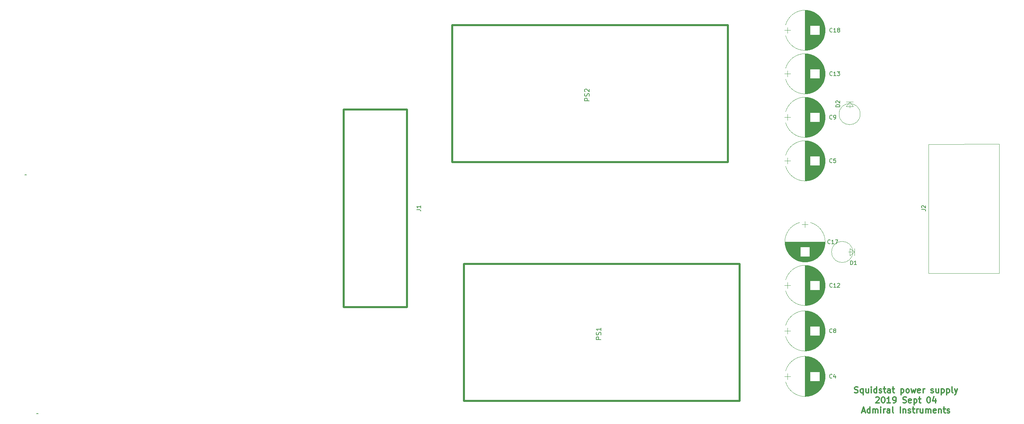
<source format=gbr>
G04 #@! TF.GenerationSoftware,KiCad,Pcbnew,(5.1.0)-1*
G04 #@! TF.CreationDate,2019-09-04T16:49:55-07:00*
G04 #@! TF.ProjectId,pwr supply rev 5,70777220-7375-4707-906c-792072657620,rev?*
G04 #@! TF.SameCoordinates,Original*
G04 #@! TF.FileFunction,Legend,Top*
G04 #@! TF.FilePolarity,Positive*
%FSLAX46Y46*%
G04 Gerber Fmt 4.6, Leading zero omitted, Abs format (unit mm)*
G04 Created by KiCad (PCBNEW (5.1.0)-1) date 2019-09-04 16:49:55*
%MOMM*%
%LPD*%
G04 APERTURE LIST*
%ADD10C,0.300000*%
%ADD11C,0.120000*%
%ADD12C,0.500000*%
%ADD13C,0.150000*%
G04 APERTURE END LIST*
D10*
X132535714Y-106557142D02*
X132750000Y-106628571D01*
X133107142Y-106628571D01*
X133250000Y-106557142D01*
X133321428Y-106485714D01*
X133392857Y-106342857D01*
X133392857Y-106200000D01*
X133321428Y-106057142D01*
X133250000Y-105985714D01*
X133107142Y-105914285D01*
X132821428Y-105842857D01*
X132678571Y-105771428D01*
X132607142Y-105700000D01*
X132535714Y-105557142D01*
X132535714Y-105414285D01*
X132607142Y-105271428D01*
X132678571Y-105200000D01*
X132821428Y-105128571D01*
X133178571Y-105128571D01*
X133392857Y-105200000D01*
X134678571Y-105628571D02*
X134678571Y-107128571D01*
X134678571Y-106557142D02*
X134535714Y-106628571D01*
X134250000Y-106628571D01*
X134107142Y-106557142D01*
X134035714Y-106485714D01*
X133964285Y-106342857D01*
X133964285Y-105914285D01*
X134035714Y-105771428D01*
X134107142Y-105700000D01*
X134250000Y-105628571D01*
X134535714Y-105628571D01*
X134678571Y-105700000D01*
X136035714Y-105628571D02*
X136035714Y-106628571D01*
X135392857Y-105628571D02*
X135392857Y-106414285D01*
X135464285Y-106557142D01*
X135607142Y-106628571D01*
X135821428Y-106628571D01*
X135964285Y-106557142D01*
X136035714Y-106485714D01*
X136750000Y-106628571D02*
X136750000Y-105628571D01*
X136750000Y-105128571D02*
X136678571Y-105200000D01*
X136750000Y-105271428D01*
X136821428Y-105200000D01*
X136750000Y-105128571D01*
X136750000Y-105271428D01*
X138107142Y-106628571D02*
X138107142Y-105128571D01*
X138107142Y-106557142D02*
X137964285Y-106628571D01*
X137678571Y-106628571D01*
X137535714Y-106557142D01*
X137464285Y-106485714D01*
X137392857Y-106342857D01*
X137392857Y-105914285D01*
X137464285Y-105771428D01*
X137535714Y-105700000D01*
X137678571Y-105628571D01*
X137964285Y-105628571D01*
X138107142Y-105700000D01*
X138750000Y-106557142D02*
X138892857Y-106628571D01*
X139178571Y-106628571D01*
X139321428Y-106557142D01*
X139392857Y-106414285D01*
X139392857Y-106342857D01*
X139321428Y-106200000D01*
X139178571Y-106128571D01*
X138964285Y-106128571D01*
X138821428Y-106057142D01*
X138750000Y-105914285D01*
X138750000Y-105842857D01*
X138821428Y-105700000D01*
X138964285Y-105628571D01*
X139178571Y-105628571D01*
X139321428Y-105700000D01*
X139821428Y-105628571D02*
X140392857Y-105628571D01*
X140035714Y-105128571D02*
X140035714Y-106414285D01*
X140107142Y-106557142D01*
X140250000Y-106628571D01*
X140392857Y-106628571D01*
X141535714Y-106628571D02*
X141535714Y-105842857D01*
X141464285Y-105700000D01*
X141321428Y-105628571D01*
X141035714Y-105628571D01*
X140892857Y-105700000D01*
X141535714Y-106557142D02*
X141392857Y-106628571D01*
X141035714Y-106628571D01*
X140892857Y-106557142D01*
X140821428Y-106414285D01*
X140821428Y-106271428D01*
X140892857Y-106128571D01*
X141035714Y-106057142D01*
X141392857Y-106057142D01*
X141535714Y-105985714D01*
X142035714Y-105628571D02*
X142607142Y-105628571D01*
X142250000Y-105128571D02*
X142250000Y-106414285D01*
X142321428Y-106557142D01*
X142464285Y-106628571D01*
X142607142Y-106628571D01*
X144250000Y-105628571D02*
X144250000Y-107128571D01*
X144250000Y-105700000D02*
X144392857Y-105628571D01*
X144678571Y-105628571D01*
X144821428Y-105700000D01*
X144892857Y-105771428D01*
X144964285Y-105914285D01*
X144964285Y-106342857D01*
X144892857Y-106485714D01*
X144821428Y-106557142D01*
X144678571Y-106628571D01*
X144392857Y-106628571D01*
X144250000Y-106557142D01*
X145821428Y-106628571D02*
X145678571Y-106557142D01*
X145607142Y-106485714D01*
X145535714Y-106342857D01*
X145535714Y-105914285D01*
X145607142Y-105771428D01*
X145678571Y-105700000D01*
X145821428Y-105628571D01*
X146035714Y-105628571D01*
X146178571Y-105700000D01*
X146250000Y-105771428D01*
X146321428Y-105914285D01*
X146321428Y-106342857D01*
X146250000Y-106485714D01*
X146178571Y-106557142D01*
X146035714Y-106628571D01*
X145821428Y-106628571D01*
X146821428Y-105628571D02*
X147107142Y-106628571D01*
X147392857Y-105914285D01*
X147678571Y-106628571D01*
X147964285Y-105628571D01*
X149107142Y-106557142D02*
X148964285Y-106628571D01*
X148678571Y-106628571D01*
X148535714Y-106557142D01*
X148464285Y-106414285D01*
X148464285Y-105842857D01*
X148535714Y-105700000D01*
X148678571Y-105628571D01*
X148964285Y-105628571D01*
X149107142Y-105700000D01*
X149178571Y-105842857D01*
X149178571Y-105985714D01*
X148464285Y-106128571D01*
X149821428Y-106628571D02*
X149821428Y-105628571D01*
X149821428Y-105914285D02*
X149892857Y-105771428D01*
X149964285Y-105700000D01*
X150107142Y-105628571D01*
X150250000Y-105628571D01*
X151821428Y-106557142D02*
X151964285Y-106628571D01*
X152250000Y-106628571D01*
X152392857Y-106557142D01*
X152464285Y-106414285D01*
X152464285Y-106342857D01*
X152392857Y-106200000D01*
X152250000Y-106128571D01*
X152035714Y-106128571D01*
X151892857Y-106057142D01*
X151821428Y-105914285D01*
X151821428Y-105842857D01*
X151892857Y-105700000D01*
X152035714Y-105628571D01*
X152250000Y-105628571D01*
X152392857Y-105700000D01*
X153750000Y-105628571D02*
X153750000Y-106628571D01*
X153107142Y-105628571D02*
X153107142Y-106414285D01*
X153178571Y-106557142D01*
X153321428Y-106628571D01*
X153535714Y-106628571D01*
X153678571Y-106557142D01*
X153750000Y-106485714D01*
X154464285Y-105628571D02*
X154464285Y-107128571D01*
X154464285Y-105700000D02*
X154607142Y-105628571D01*
X154892857Y-105628571D01*
X155035714Y-105700000D01*
X155107142Y-105771428D01*
X155178571Y-105914285D01*
X155178571Y-106342857D01*
X155107142Y-106485714D01*
X155035714Y-106557142D01*
X154892857Y-106628571D01*
X154607142Y-106628571D01*
X154464285Y-106557142D01*
X155821428Y-105628571D02*
X155821428Y-107128571D01*
X155821428Y-105700000D02*
X155964285Y-105628571D01*
X156250000Y-105628571D01*
X156392857Y-105700000D01*
X156464285Y-105771428D01*
X156535714Y-105914285D01*
X156535714Y-106342857D01*
X156464285Y-106485714D01*
X156392857Y-106557142D01*
X156250000Y-106628571D01*
X155964285Y-106628571D01*
X155821428Y-106557142D01*
X157392857Y-106628571D02*
X157250000Y-106557142D01*
X157178571Y-106414285D01*
X157178571Y-105128571D01*
X157821428Y-105628571D02*
X158178571Y-106628571D01*
X158535714Y-105628571D02*
X158178571Y-106628571D01*
X158035714Y-106985714D01*
X157964285Y-107057142D01*
X157821428Y-107128571D01*
X137892857Y-107821428D02*
X137964285Y-107750000D01*
X138107142Y-107678571D01*
X138464285Y-107678571D01*
X138607142Y-107750000D01*
X138678571Y-107821428D01*
X138750000Y-107964285D01*
X138750000Y-108107142D01*
X138678571Y-108321428D01*
X137821428Y-109178571D01*
X138750000Y-109178571D01*
X139678571Y-107678571D02*
X139821428Y-107678571D01*
X139964285Y-107750000D01*
X140035714Y-107821428D01*
X140107142Y-107964285D01*
X140178571Y-108250000D01*
X140178571Y-108607142D01*
X140107142Y-108892857D01*
X140035714Y-109035714D01*
X139964285Y-109107142D01*
X139821428Y-109178571D01*
X139678571Y-109178571D01*
X139535714Y-109107142D01*
X139464285Y-109035714D01*
X139392857Y-108892857D01*
X139321428Y-108607142D01*
X139321428Y-108250000D01*
X139392857Y-107964285D01*
X139464285Y-107821428D01*
X139535714Y-107750000D01*
X139678571Y-107678571D01*
X141607142Y-109178571D02*
X140750000Y-109178571D01*
X141178571Y-109178571D02*
X141178571Y-107678571D01*
X141035714Y-107892857D01*
X140892857Y-108035714D01*
X140750000Y-108107142D01*
X142321428Y-109178571D02*
X142607142Y-109178571D01*
X142750000Y-109107142D01*
X142821428Y-109035714D01*
X142964285Y-108821428D01*
X143035714Y-108535714D01*
X143035714Y-107964285D01*
X142964285Y-107821428D01*
X142892857Y-107750000D01*
X142750000Y-107678571D01*
X142464285Y-107678571D01*
X142321428Y-107750000D01*
X142250000Y-107821428D01*
X142178571Y-107964285D01*
X142178571Y-108321428D01*
X142250000Y-108464285D01*
X142321428Y-108535714D01*
X142464285Y-108607142D01*
X142750000Y-108607142D01*
X142892857Y-108535714D01*
X142964285Y-108464285D01*
X143035714Y-108321428D01*
X144750000Y-109107142D02*
X144964285Y-109178571D01*
X145321428Y-109178571D01*
X145464285Y-109107142D01*
X145535714Y-109035714D01*
X145607142Y-108892857D01*
X145607142Y-108750000D01*
X145535714Y-108607142D01*
X145464285Y-108535714D01*
X145321428Y-108464285D01*
X145035714Y-108392857D01*
X144892857Y-108321428D01*
X144821428Y-108250000D01*
X144750000Y-108107142D01*
X144750000Y-107964285D01*
X144821428Y-107821428D01*
X144892857Y-107750000D01*
X145035714Y-107678571D01*
X145392857Y-107678571D01*
X145607142Y-107750000D01*
X146821428Y-109107142D02*
X146678571Y-109178571D01*
X146392857Y-109178571D01*
X146250000Y-109107142D01*
X146178571Y-108964285D01*
X146178571Y-108392857D01*
X146250000Y-108250000D01*
X146392857Y-108178571D01*
X146678571Y-108178571D01*
X146821428Y-108250000D01*
X146892857Y-108392857D01*
X146892857Y-108535714D01*
X146178571Y-108678571D01*
X147535714Y-108178571D02*
X147535714Y-109678571D01*
X147535714Y-108250000D02*
X147678571Y-108178571D01*
X147964285Y-108178571D01*
X148107142Y-108250000D01*
X148178571Y-108321428D01*
X148250000Y-108464285D01*
X148250000Y-108892857D01*
X148178571Y-109035714D01*
X148107142Y-109107142D01*
X147964285Y-109178571D01*
X147678571Y-109178571D01*
X147535714Y-109107142D01*
X148678571Y-108178571D02*
X149250000Y-108178571D01*
X148892857Y-107678571D02*
X148892857Y-108964285D01*
X148964285Y-109107142D01*
X149107142Y-109178571D01*
X149250000Y-109178571D01*
X151178571Y-107678571D02*
X151321428Y-107678571D01*
X151464285Y-107750000D01*
X151535714Y-107821428D01*
X151607142Y-107964285D01*
X151678571Y-108250000D01*
X151678571Y-108607142D01*
X151607142Y-108892857D01*
X151535714Y-109035714D01*
X151464285Y-109107142D01*
X151321428Y-109178571D01*
X151178571Y-109178571D01*
X151035714Y-109107142D01*
X150964285Y-109035714D01*
X150892857Y-108892857D01*
X150821428Y-108607142D01*
X150821428Y-108250000D01*
X150892857Y-107964285D01*
X150964285Y-107821428D01*
X151035714Y-107750000D01*
X151178571Y-107678571D01*
X152964285Y-108178571D02*
X152964285Y-109178571D01*
X152607142Y-107607142D02*
X152250000Y-108678571D01*
X153178571Y-108678571D01*
X134428571Y-111300000D02*
X135142857Y-111300000D01*
X134285714Y-111728571D02*
X134785714Y-110228571D01*
X135285714Y-111728571D01*
X136428571Y-111728571D02*
X136428571Y-110228571D01*
X136428571Y-111657142D02*
X136285714Y-111728571D01*
X136000000Y-111728571D01*
X135857142Y-111657142D01*
X135785714Y-111585714D01*
X135714285Y-111442857D01*
X135714285Y-111014285D01*
X135785714Y-110871428D01*
X135857142Y-110800000D01*
X136000000Y-110728571D01*
X136285714Y-110728571D01*
X136428571Y-110800000D01*
X137142857Y-111728571D02*
X137142857Y-110728571D01*
X137142857Y-110871428D02*
X137214285Y-110800000D01*
X137357142Y-110728571D01*
X137571428Y-110728571D01*
X137714285Y-110800000D01*
X137785714Y-110942857D01*
X137785714Y-111728571D01*
X137785714Y-110942857D02*
X137857142Y-110800000D01*
X138000000Y-110728571D01*
X138214285Y-110728571D01*
X138357142Y-110800000D01*
X138428571Y-110942857D01*
X138428571Y-111728571D01*
X139142857Y-111728571D02*
X139142857Y-110728571D01*
X139142857Y-110228571D02*
X139071428Y-110300000D01*
X139142857Y-110371428D01*
X139214285Y-110300000D01*
X139142857Y-110228571D01*
X139142857Y-110371428D01*
X139857142Y-111728571D02*
X139857142Y-110728571D01*
X139857142Y-111014285D02*
X139928571Y-110871428D01*
X140000000Y-110800000D01*
X140142857Y-110728571D01*
X140285714Y-110728571D01*
X141428571Y-111728571D02*
X141428571Y-110942857D01*
X141357142Y-110800000D01*
X141214285Y-110728571D01*
X140928571Y-110728571D01*
X140785714Y-110800000D01*
X141428571Y-111657142D02*
X141285714Y-111728571D01*
X140928571Y-111728571D01*
X140785714Y-111657142D01*
X140714285Y-111514285D01*
X140714285Y-111371428D01*
X140785714Y-111228571D01*
X140928571Y-111157142D01*
X141285714Y-111157142D01*
X141428571Y-111085714D01*
X142357142Y-111728571D02*
X142214285Y-111657142D01*
X142142857Y-111514285D01*
X142142857Y-110228571D01*
X144071428Y-111728571D02*
X144071428Y-110228571D01*
X144785714Y-110728571D02*
X144785714Y-111728571D01*
X144785714Y-110871428D02*
X144857142Y-110800000D01*
X145000000Y-110728571D01*
X145214285Y-110728571D01*
X145357142Y-110800000D01*
X145428571Y-110942857D01*
X145428571Y-111728571D01*
X146071428Y-111657142D02*
X146214285Y-111728571D01*
X146500000Y-111728571D01*
X146642857Y-111657142D01*
X146714285Y-111514285D01*
X146714285Y-111442857D01*
X146642857Y-111300000D01*
X146500000Y-111228571D01*
X146285714Y-111228571D01*
X146142857Y-111157142D01*
X146071428Y-111014285D01*
X146071428Y-110942857D01*
X146142857Y-110800000D01*
X146285714Y-110728571D01*
X146500000Y-110728571D01*
X146642857Y-110800000D01*
X147142857Y-110728571D02*
X147714285Y-110728571D01*
X147357142Y-110228571D02*
X147357142Y-111514285D01*
X147428571Y-111657142D01*
X147571428Y-111728571D01*
X147714285Y-111728571D01*
X148214285Y-111728571D02*
X148214285Y-110728571D01*
X148214285Y-111014285D02*
X148285714Y-110871428D01*
X148357142Y-110800000D01*
X148500000Y-110728571D01*
X148642857Y-110728571D01*
X149785714Y-110728571D02*
X149785714Y-111728571D01*
X149142857Y-110728571D02*
X149142857Y-111514285D01*
X149214285Y-111657142D01*
X149357142Y-111728571D01*
X149571428Y-111728571D01*
X149714285Y-111657142D01*
X149785714Y-111585714D01*
X150500000Y-111728571D02*
X150500000Y-110728571D01*
X150500000Y-110871428D02*
X150571428Y-110800000D01*
X150714285Y-110728571D01*
X150928571Y-110728571D01*
X151071428Y-110800000D01*
X151142857Y-110942857D01*
X151142857Y-111728571D01*
X151142857Y-110942857D02*
X151214285Y-110800000D01*
X151357142Y-110728571D01*
X151571428Y-110728571D01*
X151714285Y-110800000D01*
X151785714Y-110942857D01*
X151785714Y-111728571D01*
X153071428Y-111657142D02*
X152928571Y-111728571D01*
X152642857Y-111728571D01*
X152500000Y-111657142D01*
X152428571Y-111514285D01*
X152428571Y-110942857D01*
X152500000Y-110800000D01*
X152642857Y-110728571D01*
X152928571Y-110728571D01*
X153071428Y-110800000D01*
X153142857Y-110942857D01*
X153142857Y-111085714D01*
X152428571Y-111228571D01*
X153785714Y-110728571D02*
X153785714Y-111728571D01*
X153785714Y-110871428D02*
X153857142Y-110800000D01*
X154000000Y-110728571D01*
X154214285Y-110728571D01*
X154357142Y-110800000D01*
X154428571Y-110942857D01*
X154428571Y-111728571D01*
X154928571Y-110728571D02*
X155500000Y-110728571D01*
X155142857Y-110228571D02*
X155142857Y-111514285D01*
X155214285Y-111657142D01*
X155357142Y-111728571D01*
X155500000Y-111728571D01*
X155928571Y-111657142D02*
X156071428Y-111728571D01*
X156357142Y-111728571D01*
X156500000Y-111657142D01*
X156571428Y-111514285D01*
X156571428Y-111442857D01*
X156500000Y-111300000D01*
X156357142Y-111228571D01*
X156142857Y-111228571D01*
X156000000Y-111157142D01*
X155928571Y-111014285D01*
X155928571Y-110942857D01*
X156000000Y-110800000D01*
X156142857Y-110728571D01*
X156357142Y-110728571D01*
X156500000Y-110800000D01*
D11*
X124898437Y-101116736D02*
G75*
G03X115100643Y-101120000I-4898437J-1383264D01*
G01*
X124898437Y-103883264D02*
G75*
G02X115100643Y-103880000I-4898437J1383264D01*
G01*
X124898437Y-103883264D02*
G75*
G03X124899357Y-101120000I-4898437J1383264D01*
G01*
X120000000Y-97450000D02*
X120000000Y-107550000D01*
X120040000Y-97450000D02*
X120040000Y-107550000D01*
X120080000Y-97450000D02*
X120080000Y-107550000D01*
X120120000Y-97451000D02*
X120120000Y-107549000D01*
X120160000Y-97452000D02*
X120160000Y-107548000D01*
X120200000Y-97453000D02*
X120200000Y-107547000D01*
X120240000Y-97455000D02*
X120240000Y-107545000D01*
X120280000Y-97457000D02*
X120280000Y-107543000D01*
X120320000Y-97460000D02*
X120320000Y-107540000D01*
X120360000Y-97462000D02*
X120360000Y-107538000D01*
X120400000Y-97465000D02*
X120400000Y-107535000D01*
X120440000Y-97469000D02*
X120440000Y-107531000D01*
X120480000Y-97472000D02*
X120480000Y-107528000D01*
X120520000Y-97476000D02*
X120520000Y-107524000D01*
X120560000Y-97480000D02*
X120560000Y-107520000D01*
X120600000Y-97485000D02*
X120600000Y-107515000D01*
X120640000Y-97490000D02*
X120640000Y-107510000D01*
X120680000Y-97495000D02*
X120680000Y-107505000D01*
X120721000Y-97501000D02*
X120721000Y-107499000D01*
X120761000Y-97507000D02*
X120761000Y-107493000D01*
X120801000Y-97513000D02*
X120801000Y-107487000D01*
X120841000Y-97519000D02*
X120841000Y-107481000D01*
X120881000Y-97526000D02*
X120881000Y-107474000D01*
X120921000Y-97533000D02*
X120921000Y-107467000D01*
X120961000Y-97541000D02*
X120961000Y-107459000D01*
X121001000Y-97549000D02*
X121001000Y-107451000D01*
X121041000Y-97557000D02*
X121041000Y-107443000D01*
X121081000Y-97565000D02*
X121081000Y-107435000D01*
X121121000Y-97574000D02*
X121121000Y-107426000D01*
X121161000Y-97583000D02*
X121161000Y-107417000D01*
X121201000Y-97593000D02*
X121201000Y-107407000D01*
X121241000Y-97603000D02*
X121241000Y-107397000D01*
X121281000Y-97613000D02*
X121281000Y-107387000D01*
X121321000Y-97624000D02*
X121321000Y-101319000D01*
X121321000Y-103681000D02*
X121321000Y-107376000D01*
X121361000Y-97635000D02*
X121361000Y-101319000D01*
X121361000Y-103681000D02*
X121361000Y-107365000D01*
X121401000Y-97646000D02*
X121401000Y-101319000D01*
X121401000Y-103681000D02*
X121401000Y-107354000D01*
X121441000Y-97657000D02*
X121441000Y-101319000D01*
X121441000Y-103681000D02*
X121441000Y-107343000D01*
X121481000Y-97669000D02*
X121481000Y-101319000D01*
X121481000Y-103681000D02*
X121481000Y-107331000D01*
X121521000Y-97682000D02*
X121521000Y-101319000D01*
X121521000Y-103681000D02*
X121521000Y-107318000D01*
X121561000Y-97694000D02*
X121561000Y-101319000D01*
X121561000Y-103681000D02*
X121561000Y-107306000D01*
X121601000Y-97708000D02*
X121601000Y-101319000D01*
X121601000Y-103681000D02*
X121601000Y-107292000D01*
X121641000Y-97721000D02*
X121641000Y-101319000D01*
X121641000Y-103681000D02*
X121641000Y-107279000D01*
X121681000Y-97735000D02*
X121681000Y-101319000D01*
X121681000Y-103681000D02*
X121681000Y-107265000D01*
X121721000Y-97749000D02*
X121721000Y-101319000D01*
X121721000Y-103681000D02*
X121721000Y-107251000D01*
X121761000Y-97763000D02*
X121761000Y-101319000D01*
X121761000Y-103681000D02*
X121761000Y-107237000D01*
X121801000Y-97778000D02*
X121801000Y-101319000D01*
X121801000Y-103681000D02*
X121801000Y-107222000D01*
X121841000Y-97794000D02*
X121841000Y-101319000D01*
X121841000Y-103681000D02*
X121841000Y-107206000D01*
X121881000Y-97809000D02*
X121881000Y-101319000D01*
X121881000Y-103681000D02*
X121881000Y-107191000D01*
X121921000Y-97826000D02*
X121921000Y-101319000D01*
X121921000Y-103681000D02*
X121921000Y-107174000D01*
X121961000Y-97842000D02*
X121961000Y-101319000D01*
X121961000Y-103681000D02*
X121961000Y-107158000D01*
X122001000Y-97859000D02*
X122001000Y-101319000D01*
X122001000Y-103681000D02*
X122001000Y-107141000D01*
X122041000Y-97876000D02*
X122041000Y-101319000D01*
X122041000Y-103681000D02*
X122041000Y-107124000D01*
X122081000Y-97894000D02*
X122081000Y-101319000D01*
X122081000Y-103681000D02*
X122081000Y-107106000D01*
X122121000Y-97912000D02*
X122121000Y-101319000D01*
X122121000Y-103681000D02*
X122121000Y-107088000D01*
X122161000Y-97931000D02*
X122161000Y-101319000D01*
X122161000Y-103681000D02*
X122161000Y-107069000D01*
X122201000Y-97950000D02*
X122201000Y-101319000D01*
X122201000Y-103681000D02*
X122201000Y-107050000D01*
X122241000Y-97969000D02*
X122241000Y-101319000D01*
X122241000Y-103681000D02*
X122241000Y-107031000D01*
X122281000Y-97989000D02*
X122281000Y-101319000D01*
X122281000Y-103681000D02*
X122281000Y-107011000D01*
X122321000Y-98009000D02*
X122321000Y-101319000D01*
X122321000Y-103681000D02*
X122321000Y-106991000D01*
X122361000Y-98030000D02*
X122361000Y-101319000D01*
X122361000Y-103681000D02*
X122361000Y-106970000D01*
X122401000Y-98051000D02*
X122401000Y-101319000D01*
X122401000Y-103681000D02*
X122401000Y-106949000D01*
X122441000Y-98072000D02*
X122441000Y-101319000D01*
X122441000Y-103681000D02*
X122441000Y-106928000D01*
X122481000Y-98095000D02*
X122481000Y-101319000D01*
X122481000Y-103681000D02*
X122481000Y-106905000D01*
X122521000Y-98117000D02*
X122521000Y-101319000D01*
X122521000Y-103681000D02*
X122521000Y-106883000D01*
X122561000Y-98140000D02*
X122561000Y-101319000D01*
X122561000Y-103681000D02*
X122561000Y-106860000D01*
X122601000Y-98164000D02*
X122601000Y-101319000D01*
X122601000Y-103681000D02*
X122601000Y-106836000D01*
X122641000Y-98188000D02*
X122641000Y-101319000D01*
X122641000Y-103681000D02*
X122641000Y-106812000D01*
X122681000Y-98212000D02*
X122681000Y-101319000D01*
X122681000Y-103681000D02*
X122681000Y-106788000D01*
X122721000Y-98237000D02*
X122721000Y-101319000D01*
X122721000Y-103681000D02*
X122721000Y-106763000D01*
X122761000Y-98263000D02*
X122761000Y-101319000D01*
X122761000Y-103681000D02*
X122761000Y-106737000D01*
X122801000Y-98289000D02*
X122801000Y-101319000D01*
X122801000Y-103681000D02*
X122801000Y-106711000D01*
X122841000Y-98315000D02*
X122841000Y-101319000D01*
X122841000Y-103681000D02*
X122841000Y-106685000D01*
X122881000Y-98343000D02*
X122881000Y-101319000D01*
X122881000Y-103681000D02*
X122881000Y-106657000D01*
X122921000Y-98370000D02*
X122921000Y-101319000D01*
X122921000Y-103681000D02*
X122921000Y-106630000D01*
X122961000Y-98399000D02*
X122961000Y-101319000D01*
X122961000Y-103681000D02*
X122961000Y-106601000D01*
X123001000Y-98428000D02*
X123001000Y-101319000D01*
X123001000Y-103681000D02*
X123001000Y-106572000D01*
X123041000Y-98457000D02*
X123041000Y-101319000D01*
X123041000Y-103681000D02*
X123041000Y-106543000D01*
X123081000Y-98487000D02*
X123081000Y-101319000D01*
X123081000Y-103681000D02*
X123081000Y-106513000D01*
X123121000Y-98518000D02*
X123121000Y-101319000D01*
X123121000Y-103681000D02*
X123121000Y-106482000D01*
X123161000Y-98549000D02*
X123161000Y-101319000D01*
X123161000Y-103681000D02*
X123161000Y-106451000D01*
X123201000Y-98581000D02*
X123201000Y-101319000D01*
X123201000Y-103681000D02*
X123201000Y-106419000D01*
X123241000Y-98614000D02*
X123241000Y-101319000D01*
X123241000Y-103681000D02*
X123241000Y-106386000D01*
X123281000Y-98647000D02*
X123281000Y-101319000D01*
X123281000Y-103681000D02*
X123281000Y-106353000D01*
X123321000Y-98681000D02*
X123321000Y-101319000D01*
X123321000Y-103681000D02*
X123321000Y-106319000D01*
X123361000Y-98716000D02*
X123361000Y-101319000D01*
X123361000Y-103681000D02*
X123361000Y-106284000D01*
X123401000Y-98752000D02*
X123401000Y-101319000D01*
X123401000Y-103681000D02*
X123401000Y-106248000D01*
X123441000Y-98788000D02*
X123441000Y-101319000D01*
X123441000Y-103681000D02*
X123441000Y-106212000D01*
X123481000Y-98825000D02*
X123481000Y-101319000D01*
X123481000Y-103681000D02*
X123481000Y-106175000D01*
X123521000Y-98863000D02*
X123521000Y-101319000D01*
X123521000Y-103681000D02*
X123521000Y-106137000D01*
X123561000Y-98902000D02*
X123561000Y-101319000D01*
X123561000Y-103681000D02*
X123561000Y-106098000D01*
X123601000Y-98941000D02*
X123601000Y-101319000D01*
X123601000Y-103681000D02*
X123601000Y-106059000D01*
X123641000Y-98982000D02*
X123641000Y-101319000D01*
X123641000Y-103681000D02*
X123641000Y-106018000D01*
X123681000Y-99023000D02*
X123681000Y-105977000D01*
X123721000Y-99065000D02*
X123721000Y-105935000D01*
X123761000Y-99109000D02*
X123761000Y-105891000D01*
X123801000Y-99153000D02*
X123801000Y-105847000D01*
X123841000Y-99198000D02*
X123841000Y-105802000D01*
X123881000Y-99245000D02*
X123881000Y-105755000D01*
X123921000Y-99293000D02*
X123921000Y-105707000D01*
X123961000Y-99342000D02*
X123961000Y-105658000D01*
X124001000Y-99392000D02*
X124001000Y-105608000D01*
X124041000Y-99443000D02*
X124041000Y-105557000D01*
X124081000Y-99496000D02*
X124081000Y-105504000D01*
X124121000Y-99551000D02*
X124121000Y-105449000D01*
X124161000Y-99606000D02*
X124161000Y-105394000D01*
X124201000Y-99664000D02*
X124201000Y-105336000D01*
X124241000Y-99723000D02*
X124241000Y-105277000D01*
X124281000Y-99785000D02*
X124281000Y-105215000D01*
X124321000Y-99848000D02*
X124321000Y-105152000D01*
X124361000Y-99913000D02*
X124361000Y-105087000D01*
X124401000Y-99981000D02*
X124401000Y-105019000D01*
X124441000Y-100051000D02*
X124441000Y-104949000D01*
X124481000Y-100123000D02*
X124481000Y-104877000D01*
X124521000Y-100199000D02*
X124521000Y-104801000D01*
X124561000Y-100278000D02*
X124561000Y-104722000D01*
X124601000Y-100360000D02*
X124601000Y-104640000D01*
X124641000Y-100447000D02*
X124641000Y-104553000D01*
X124681000Y-100538000D02*
X124681000Y-104462000D01*
X124721000Y-100634000D02*
X124721000Y-104366000D01*
X124761000Y-100737000D02*
X124761000Y-104263000D01*
X124801000Y-100846000D02*
X124801000Y-104154000D01*
X124841000Y-100964000D02*
X124841000Y-104036000D01*
X124881000Y-101093000D02*
X124881000Y-103907000D01*
X124921000Y-101235000D02*
X124921000Y-103765000D01*
X124961000Y-101396000D02*
X124961000Y-103604000D01*
X125001000Y-101587000D02*
X125001000Y-103413000D01*
X125041000Y-101828000D02*
X125041000Y-103172000D01*
X125081000Y-102221000D02*
X125081000Y-102779000D01*
X114800000Y-102500000D02*
X116300000Y-102500000D01*
X115550000Y-101750000D02*
X115550000Y-103250000D01*
X124898437Y-46616736D02*
G75*
G03X115100643Y-46620000I-4898437J-1383264D01*
G01*
X124898437Y-49383264D02*
G75*
G02X115100643Y-49380000I-4898437J1383264D01*
G01*
X124898437Y-49383264D02*
G75*
G03X124899357Y-46620000I-4898437J1383264D01*
G01*
X120000000Y-42950000D02*
X120000000Y-53050000D01*
X120040000Y-42950000D02*
X120040000Y-53050000D01*
X120080000Y-42950000D02*
X120080000Y-53050000D01*
X120120000Y-42951000D02*
X120120000Y-53049000D01*
X120160000Y-42952000D02*
X120160000Y-53048000D01*
X120200000Y-42953000D02*
X120200000Y-53047000D01*
X120240000Y-42955000D02*
X120240000Y-53045000D01*
X120280000Y-42957000D02*
X120280000Y-53043000D01*
X120320000Y-42960000D02*
X120320000Y-53040000D01*
X120360000Y-42962000D02*
X120360000Y-53038000D01*
X120400000Y-42965000D02*
X120400000Y-53035000D01*
X120440000Y-42969000D02*
X120440000Y-53031000D01*
X120480000Y-42972000D02*
X120480000Y-53028000D01*
X120520000Y-42976000D02*
X120520000Y-53024000D01*
X120560000Y-42980000D02*
X120560000Y-53020000D01*
X120600000Y-42985000D02*
X120600000Y-53015000D01*
X120640000Y-42990000D02*
X120640000Y-53010000D01*
X120680000Y-42995000D02*
X120680000Y-53005000D01*
X120721000Y-43001000D02*
X120721000Y-52999000D01*
X120761000Y-43007000D02*
X120761000Y-52993000D01*
X120801000Y-43013000D02*
X120801000Y-52987000D01*
X120841000Y-43019000D02*
X120841000Y-52981000D01*
X120881000Y-43026000D02*
X120881000Y-52974000D01*
X120921000Y-43033000D02*
X120921000Y-52967000D01*
X120961000Y-43041000D02*
X120961000Y-52959000D01*
X121001000Y-43049000D02*
X121001000Y-52951000D01*
X121041000Y-43057000D02*
X121041000Y-52943000D01*
X121081000Y-43065000D02*
X121081000Y-52935000D01*
X121121000Y-43074000D02*
X121121000Y-52926000D01*
X121161000Y-43083000D02*
X121161000Y-52917000D01*
X121201000Y-43093000D02*
X121201000Y-52907000D01*
X121241000Y-43103000D02*
X121241000Y-52897000D01*
X121281000Y-43113000D02*
X121281000Y-52887000D01*
X121321000Y-43124000D02*
X121321000Y-46819000D01*
X121321000Y-49181000D02*
X121321000Y-52876000D01*
X121361000Y-43135000D02*
X121361000Y-46819000D01*
X121361000Y-49181000D02*
X121361000Y-52865000D01*
X121401000Y-43146000D02*
X121401000Y-46819000D01*
X121401000Y-49181000D02*
X121401000Y-52854000D01*
X121441000Y-43157000D02*
X121441000Y-46819000D01*
X121441000Y-49181000D02*
X121441000Y-52843000D01*
X121481000Y-43169000D02*
X121481000Y-46819000D01*
X121481000Y-49181000D02*
X121481000Y-52831000D01*
X121521000Y-43182000D02*
X121521000Y-46819000D01*
X121521000Y-49181000D02*
X121521000Y-52818000D01*
X121561000Y-43194000D02*
X121561000Y-46819000D01*
X121561000Y-49181000D02*
X121561000Y-52806000D01*
X121601000Y-43208000D02*
X121601000Y-46819000D01*
X121601000Y-49181000D02*
X121601000Y-52792000D01*
X121641000Y-43221000D02*
X121641000Y-46819000D01*
X121641000Y-49181000D02*
X121641000Y-52779000D01*
X121681000Y-43235000D02*
X121681000Y-46819000D01*
X121681000Y-49181000D02*
X121681000Y-52765000D01*
X121721000Y-43249000D02*
X121721000Y-46819000D01*
X121721000Y-49181000D02*
X121721000Y-52751000D01*
X121761000Y-43263000D02*
X121761000Y-46819000D01*
X121761000Y-49181000D02*
X121761000Y-52737000D01*
X121801000Y-43278000D02*
X121801000Y-46819000D01*
X121801000Y-49181000D02*
X121801000Y-52722000D01*
X121841000Y-43294000D02*
X121841000Y-46819000D01*
X121841000Y-49181000D02*
X121841000Y-52706000D01*
X121881000Y-43309000D02*
X121881000Y-46819000D01*
X121881000Y-49181000D02*
X121881000Y-52691000D01*
X121921000Y-43326000D02*
X121921000Y-46819000D01*
X121921000Y-49181000D02*
X121921000Y-52674000D01*
X121961000Y-43342000D02*
X121961000Y-46819000D01*
X121961000Y-49181000D02*
X121961000Y-52658000D01*
X122001000Y-43359000D02*
X122001000Y-46819000D01*
X122001000Y-49181000D02*
X122001000Y-52641000D01*
X122041000Y-43376000D02*
X122041000Y-46819000D01*
X122041000Y-49181000D02*
X122041000Y-52624000D01*
X122081000Y-43394000D02*
X122081000Y-46819000D01*
X122081000Y-49181000D02*
X122081000Y-52606000D01*
X122121000Y-43412000D02*
X122121000Y-46819000D01*
X122121000Y-49181000D02*
X122121000Y-52588000D01*
X122161000Y-43431000D02*
X122161000Y-46819000D01*
X122161000Y-49181000D02*
X122161000Y-52569000D01*
X122201000Y-43450000D02*
X122201000Y-46819000D01*
X122201000Y-49181000D02*
X122201000Y-52550000D01*
X122241000Y-43469000D02*
X122241000Y-46819000D01*
X122241000Y-49181000D02*
X122241000Y-52531000D01*
X122281000Y-43489000D02*
X122281000Y-46819000D01*
X122281000Y-49181000D02*
X122281000Y-52511000D01*
X122321000Y-43509000D02*
X122321000Y-46819000D01*
X122321000Y-49181000D02*
X122321000Y-52491000D01*
X122361000Y-43530000D02*
X122361000Y-46819000D01*
X122361000Y-49181000D02*
X122361000Y-52470000D01*
X122401000Y-43551000D02*
X122401000Y-46819000D01*
X122401000Y-49181000D02*
X122401000Y-52449000D01*
X122441000Y-43572000D02*
X122441000Y-46819000D01*
X122441000Y-49181000D02*
X122441000Y-52428000D01*
X122481000Y-43595000D02*
X122481000Y-46819000D01*
X122481000Y-49181000D02*
X122481000Y-52405000D01*
X122521000Y-43617000D02*
X122521000Y-46819000D01*
X122521000Y-49181000D02*
X122521000Y-52383000D01*
X122561000Y-43640000D02*
X122561000Y-46819000D01*
X122561000Y-49181000D02*
X122561000Y-52360000D01*
X122601000Y-43664000D02*
X122601000Y-46819000D01*
X122601000Y-49181000D02*
X122601000Y-52336000D01*
X122641000Y-43688000D02*
X122641000Y-46819000D01*
X122641000Y-49181000D02*
X122641000Y-52312000D01*
X122681000Y-43712000D02*
X122681000Y-46819000D01*
X122681000Y-49181000D02*
X122681000Y-52288000D01*
X122721000Y-43737000D02*
X122721000Y-46819000D01*
X122721000Y-49181000D02*
X122721000Y-52263000D01*
X122761000Y-43763000D02*
X122761000Y-46819000D01*
X122761000Y-49181000D02*
X122761000Y-52237000D01*
X122801000Y-43789000D02*
X122801000Y-46819000D01*
X122801000Y-49181000D02*
X122801000Y-52211000D01*
X122841000Y-43815000D02*
X122841000Y-46819000D01*
X122841000Y-49181000D02*
X122841000Y-52185000D01*
X122881000Y-43843000D02*
X122881000Y-46819000D01*
X122881000Y-49181000D02*
X122881000Y-52157000D01*
X122921000Y-43870000D02*
X122921000Y-46819000D01*
X122921000Y-49181000D02*
X122921000Y-52130000D01*
X122961000Y-43899000D02*
X122961000Y-46819000D01*
X122961000Y-49181000D02*
X122961000Y-52101000D01*
X123001000Y-43928000D02*
X123001000Y-46819000D01*
X123001000Y-49181000D02*
X123001000Y-52072000D01*
X123041000Y-43957000D02*
X123041000Y-46819000D01*
X123041000Y-49181000D02*
X123041000Y-52043000D01*
X123081000Y-43987000D02*
X123081000Y-46819000D01*
X123081000Y-49181000D02*
X123081000Y-52013000D01*
X123121000Y-44018000D02*
X123121000Y-46819000D01*
X123121000Y-49181000D02*
X123121000Y-51982000D01*
X123161000Y-44049000D02*
X123161000Y-46819000D01*
X123161000Y-49181000D02*
X123161000Y-51951000D01*
X123201000Y-44081000D02*
X123201000Y-46819000D01*
X123201000Y-49181000D02*
X123201000Y-51919000D01*
X123241000Y-44114000D02*
X123241000Y-46819000D01*
X123241000Y-49181000D02*
X123241000Y-51886000D01*
X123281000Y-44147000D02*
X123281000Y-46819000D01*
X123281000Y-49181000D02*
X123281000Y-51853000D01*
X123321000Y-44181000D02*
X123321000Y-46819000D01*
X123321000Y-49181000D02*
X123321000Y-51819000D01*
X123361000Y-44216000D02*
X123361000Y-46819000D01*
X123361000Y-49181000D02*
X123361000Y-51784000D01*
X123401000Y-44252000D02*
X123401000Y-46819000D01*
X123401000Y-49181000D02*
X123401000Y-51748000D01*
X123441000Y-44288000D02*
X123441000Y-46819000D01*
X123441000Y-49181000D02*
X123441000Y-51712000D01*
X123481000Y-44325000D02*
X123481000Y-46819000D01*
X123481000Y-49181000D02*
X123481000Y-51675000D01*
X123521000Y-44363000D02*
X123521000Y-46819000D01*
X123521000Y-49181000D02*
X123521000Y-51637000D01*
X123561000Y-44402000D02*
X123561000Y-46819000D01*
X123561000Y-49181000D02*
X123561000Y-51598000D01*
X123601000Y-44441000D02*
X123601000Y-46819000D01*
X123601000Y-49181000D02*
X123601000Y-51559000D01*
X123641000Y-44482000D02*
X123641000Y-46819000D01*
X123641000Y-49181000D02*
X123641000Y-51518000D01*
X123681000Y-44523000D02*
X123681000Y-51477000D01*
X123721000Y-44565000D02*
X123721000Y-51435000D01*
X123761000Y-44609000D02*
X123761000Y-51391000D01*
X123801000Y-44653000D02*
X123801000Y-51347000D01*
X123841000Y-44698000D02*
X123841000Y-51302000D01*
X123881000Y-44745000D02*
X123881000Y-51255000D01*
X123921000Y-44793000D02*
X123921000Y-51207000D01*
X123961000Y-44842000D02*
X123961000Y-51158000D01*
X124001000Y-44892000D02*
X124001000Y-51108000D01*
X124041000Y-44943000D02*
X124041000Y-51057000D01*
X124081000Y-44996000D02*
X124081000Y-51004000D01*
X124121000Y-45051000D02*
X124121000Y-50949000D01*
X124161000Y-45106000D02*
X124161000Y-50894000D01*
X124201000Y-45164000D02*
X124201000Y-50836000D01*
X124241000Y-45223000D02*
X124241000Y-50777000D01*
X124281000Y-45285000D02*
X124281000Y-50715000D01*
X124321000Y-45348000D02*
X124321000Y-50652000D01*
X124361000Y-45413000D02*
X124361000Y-50587000D01*
X124401000Y-45481000D02*
X124401000Y-50519000D01*
X124441000Y-45551000D02*
X124441000Y-50449000D01*
X124481000Y-45623000D02*
X124481000Y-50377000D01*
X124521000Y-45699000D02*
X124521000Y-50301000D01*
X124561000Y-45778000D02*
X124561000Y-50222000D01*
X124601000Y-45860000D02*
X124601000Y-50140000D01*
X124641000Y-45947000D02*
X124641000Y-50053000D01*
X124681000Y-46038000D02*
X124681000Y-49962000D01*
X124721000Y-46134000D02*
X124721000Y-49866000D01*
X124761000Y-46237000D02*
X124761000Y-49763000D01*
X124801000Y-46346000D02*
X124801000Y-49654000D01*
X124841000Y-46464000D02*
X124841000Y-49536000D01*
X124881000Y-46593000D02*
X124881000Y-49407000D01*
X124921000Y-46735000D02*
X124921000Y-49265000D01*
X124961000Y-46896000D02*
X124961000Y-49104000D01*
X125001000Y-47087000D02*
X125001000Y-48913000D01*
X125041000Y-47328000D02*
X125041000Y-48672000D01*
X125081000Y-47721000D02*
X125081000Y-48279000D01*
X114800000Y-48000000D02*
X116300000Y-48000000D01*
X115550000Y-47250000D02*
X115550000Y-48750000D01*
X124898437Y-89616736D02*
G75*
G03X115100643Y-89620000I-4898437J-1383264D01*
G01*
X124898437Y-92383264D02*
G75*
G02X115100643Y-92380000I-4898437J1383264D01*
G01*
X124898437Y-92383264D02*
G75*
G03X124899357Y-89620000I-4898437J1383264D01*
G01*
X120000000Y-85950000D02*
X120000000Y-96050000D01*
X120040000Y-85950000D02*
X120040000Y-96050000D01*
X120080000Y-85950000D02*
X120080000Y-96050000D01*
X120120000Y-85951000D02*
X120120000Y-96049000D01*
X120160000Y-85952000D02*
X120160000Y-96048000D01*
X120200000Y-85953000D02*
X120200000Y-96047000D01*
X120240000Y-85955000D02*
X120240000Y-96045000D01*
X120280000Y-85957000D02*
X120280000Y-96043000D01*
X120320000Y-85960000D02*
X120320000Y-96040000D01*
X120360000Y-85962000D02*
X120360000Y-96038000D01*
X120400000Y-85965000D02*
X120400000Y-96035000D01*
X120440000Y-85969000D02*
X120440000Y-96031000D01*
X120480000Y-85972000D02*
X120480000Y-96028000D01*
X120520000Y-85976000D02*
X120520000Y-96024000D01*
X120560000Y-85980000D02*
X120560000Y-96020000D01*
X120600000Y-85985000D02*
X120600000Y-96015000D01*
X120640000Y-85990000D02*
X120640000Y-96010000D01*
X120680000Y-85995000D02*
X120680000Y-96005000D01*
X120721000Y-86001000D02*
X120721000Y-95999000D01*
X120761000Y-86007000D02*
X120761000Y-95993000D01*
X120801000Y-86013000D02*
X120801000Y-95987000D01*
X120841000Y-86019000D02*
X120841000Y-95981000D01*
X120881000Y-86026000D02*
X120881000Y-95974000D01*
X120921000Y-86033000D02*
X120921000Y-95967000D01*
X120961000Y-86041000D02*
X120961000Y-95959000D01*
X121001000Y-86049000D02*
X121001000Y-95951000D01*
X121041000Y-86057000D02*
X121041000Y-95943000D01*
X121081000Y-86065000D02*
X121081000Y-95935000D01*
X121121000Y-86074000D02*
X121121000Y-95926000D01*
X121161000Y-86083000D02*
X121161000Y-95917000D01*
X121201000Y-86093000D02*
X121201000Y-95907000D01*
X121241000Y-86103000D02*
X121241000Y-95897000D01*
X121281000Y-86113000D02*
X121281000Y-95887000D01*
X121321000Y-86124000D02*
X121321000Y-89819000D01*
X121321000Y-92181000D02*
X121321000Y-95876000D01*
X121361000Y-86135000D02*
X121361000Y-89819000D01*
X121361000Y-92181000D02*
X121361000Y-95865000D01*
X121401000Y-86146000D02*
X121401000Y-89819000D01*
X121401000Y-92181000D02*
X121401000Y-95854000D01*
X121441000Y-86157000D02*
X121441000Y-89819000D01*
X121441000Y-92181000D02*
X121441000Y-95843000D01*
X121481000Y-86169000D02*
X121481000Y-89819000D01*
X121481000Y-92181000D02*
X121481000Y-95831000D01*
X121521000Y-86182000D02*
X121521000Y-89819000D01*
X121521000Y-92181000D02*
X121521000Y-95818000D01*
X121561000Y-86194000D02*
X121561000Y-89819000D01*
X121561000Y-92181000D02*
X121561000Y-95806000D01*
X121601000Y-86208000D02*
X121601000Y-89819000D01*
X121601000Y-92181000D02*
X121601000Y-95792000D01*
X121641000Y-86221000D02*
X121641000Y-89819000D01*
X121641000Y-92181000D02*
X121641000Y-95779000D01*
X121681000Y-86235000D02*
X121681000Y-89819000D01*
X121681000Y-92181000D02*
X121681000Y-95765000D01*
X121721000Y-86249000D02*
X121721000Y-89819000D01*
X121721000Y-92181000D02*
X121721000Y-95751000D01*
X121761000Y-86263000D02*
X121761000Y-89819000D01*
X121761000Y-92181000D02*
X121761000Y-95737000D01*
X121801000Y-86278000D02*
X121801000Y-89819000D01*
X121801000Y-92181000D02*
X121801000Y-95722000D01*
X121841000Y-86294000D02*
X121841000Y-89819000D01*
X121841000Y-92181000D02*
X121841000Y-95706000D01*
X121881000Y-86309000D02*
X121881000Y-89819000D01*
X121881000Y-92181000D02*
X121881000Y-95691000D01*
X121921000Y-86326000D02*
X121921000Y-89819000D01*
X121921000Y-92181000D02*
X121921000Y-95674000D01*
X121961000Y-86342000D02*
X121961000Y-89819000D01*
X121961000Y-92181000D02*
X121961000Y-95658000D01*
X122001000Y-86359000D02*
X122001000Y-89819000D01*
X122001000Y-92181000D02*
X122001000Y-95641000D01*
X122041000Y-86376000D02*
X122041000Y-89819000D01*
X122041000Y-92181000D02*
X122041000Y-95624000D01*
X122081000Y-86394000D02*
X122081000Y-89819000D01*
X122081000Y-92181000D02*
X122081000Y-95606000D01*
X122121000Y-86412000D02*
X122121000Y-89819000D01*
X122121000Y-92181000D02*
X122121000Y-95588000D01*
X122161000Y-86431000D02*
X122161000Y-89819000D01*
X122161000Y-92181000D02*
X122161000Y-95569000D01*
X122201000Y-86450000D02*
X122201000Y-89819000D01*
X122201000Y-92181000D02*
X122201000Y-95550000D01*
X122241000Y-86469000D02*
X122241000Y-89819000D01*
X122241000Y-92181000D02*
X122241000Y-95531000D01*
X122281000Y-86489000D02*
X122281000Y-89819000D01*
X122281000Y-92181000D02*
X122281000Y-95511000D01*
X122321000Y-86509000D02*
X122321000Y-89819000D01*
X122321000Y-92181000D02*
X122321000Y-95491000D01*
X122361000Y-86530000D02*
X122361000Y-89819000D01*
X122361000Y-92181000D02*
X122361000Y-95470000D01*
X122401000Y-86551000D02*
X122401000Y-89819000D01*
X122401000Y-92181000D02*
X122401000Y-95449000D01*
X122441000Y-86572000D02*
X122441000Y-89819000D01*
X122441000Y-92181000D02*
X122441000Y-95428000D01*
X122481000Y-86595000D02*
X122481000Y-89819000D01*
X122481000Y-92181000D02*
X122481000Y-95405000D01*
X122521000Y-86617000D02*
X122521000Y-89819000D01*
X122521000Y-92181000D02*
X122521000Y-95383000D01*
X122561000Y-86640000D02*
X122561000Y-89819000D01*
X122561000Y-92181000D02*
X122561000Y-95360000D01*
X122601000Y-86664000D02*
X122601000Y-89819000D01*
X122601000Y-92181000D02*
X122601000Y-95336000D01*
X122641000Y-86688000D02*
X122641000Y-89819000D01*
X122641000Y-92181000D02*
X122641000Y-95312000D01*
X122681000Y-86712000D02*
X122681000Y-89819000D01*
X122681000Y-92181000D02*
X122681000Y-95288000D01*
X122721000Y-86737000D02*
X122721000Y-89819000D01*
X122721000Y-92181000D02*
X122721000Y-95263000D01*
X122761000Y-86763000D02*
X122761000Y-89819000D01*
X122761000Y-92181000D02*
X122761000Y-95237000D01*
X122801000Y-86789000D02*
X122801000Y-89819000D01*
X122801000Y-92181000D02*
X122801000Y-95211000D01*
X122841000Y-86815000D02*
X122841000Y-89819000D01*
X122841000Y-92181000D02*
X122841000Y-95185000D01*
X122881000Y-86843000D02*
X122881000Y-89819000D01*
X122881000Y-92181000D02*
X122881000Y-95157000D01*
X122921000Y-86870000D02*
X122921000Y-89819000D01*
X122921000Y-92181000D02*
X122921000Y-95130000D01*
X122961000Y-86899000D02*
X122961000Y-89819000D01*
X122961000Y-92181000D02*
X122961000Y-95101000D01*
X123001000Y-86928000D02*
X123001000Y-89819000D01*
X123001000Y-92181000D02*
X123001000Y-95072000D01*
X123041000Y-86957000D02*
X123041000Y-89819000D01*
X123041000Y-92181000D02*
X123041000Y-95043000D01*
X123081000Y-86987000D02*
X123081000Y-89819000D01*
X123081000Y-92181000D02*
X123081000Y-95013000D01*
X123121000Y-87018000D02*
X123121000Y-89819000D01*
X123121000Y-92181000D02*
X123121000Y-94982000D01*
X123161000Y-87049000D02*
X123161000Y-89819000D01*
X123161000Y-92181000D02*
X123161000Y-94951000D01*
X123201000Y-87081000D02*
X123201000Y-89819000D01*
X123201000Y-92181000D02*
X123201000Y-94919000D01*
X123241000Y-87114000D02*
X123241000Y-89819000D01*
X123241000Y-92181000D02*
X123241000Y-94886000D01*
X123281000Y-87147000D02*
X123281000Y-89819000D01*
X123281000Y-92181000D02*
X123281000Y-94853000D01*
X123321000Y-87181000D02*
X123321000Y-89819000D01*
X123321000Y-92181000D02*
X123321000Y-94819000D01*
X123361000Y-87216000D02*
X123361000Y-89819000D01*
X123361000Y-92181000D02*
X123361000Y-94784000D01*
X123401000Y-87252000D02*
X123401000Y-89819000D01*
X123401000Y-92181000D02*
X123401000Y-94748000D01*
X123441000Y-87288000D02*
X123441000Y-89819000D01*
X123441000Y-92181000D02*
X123441000Y-94712000D01*
X123481000Y-87325000D02*
X123481000Y-89819000D01*
X123481000Y-92181000D02*
X123481000Y-94675000D01*
X123521000Y-87363000D02*
X123521000Y-89819000D01*
X123521000Y-92181000D02*
X123521000Y-94637000D01*
X123561000Y-87402000D02*
X123561000Y-89819000D01*
X123561000Y-92181000D02*
X123561000Y-94598000D01*
X123601000Y-87441000D02*
X123601000Y-89819000D01*
X123601000Y-92181000D02*
X123601000Y-94559000D01*
X123641000Y-87482000D02*
X123641000Y-89819000D01*
X123641000Y-92181000D02*
X123641000Y-94518000D01*
X123681000Y-87523000D02*
X123681000Y-94477000D01*
X123721000Y-87565000D02*
X123721000Y-94435000D01*
X123761000Y-87609000D02*
X123761000Y-94391000D01*
X123801000Y-87653000D02*
X123801000Y-94347000D01*
X123841000Y-87698000D02*
X123841000Y-94302000D01*
X123881000Y-87745000D02*
X123881000Y-94255000D01*
X123921000Y-87793000D02*
X123921000Y-94207000D01*
X123961000Y-87842000D02*
X123961000Y-94158000D01*
X124001000Y-87892000D02*
X124001000Y-94108000D01*
X124041000Y-87943000D02*
X124041000Y-94057000D01*
X124081000Y-87996000D02*
X124081000Y-94004000D01*
X124121000Y-88051000D02*
X124121000Y-93949000D01*
X124161000Y-88106000D02*
X124161000Y-93894000D01*
X124201000Y-88164000D02*
X124201000Y-93836000D01*
X124241000Y-88223000D02*
X124241000Y-93777000D01*
X124281000Y-88285000D02*
X124281000Y-93715000D01*
X124321000Y-88348000D02*
X124321000Y-93652000D01*
X124361000Y-88413000D02*
X124361000Y-93587000D01*
X124401000Y-88481000D02*
X124401000Y-93519000D01*
X124441000Y-88551000D02*
X124441000Y-93449000D01*
X124481000Y-88623000D02*
X124481000Y-93377000D01*
X124521000Y-88699000D02*
X124521000Y-93301000D01*
X124561000Y-88778000D02*
X124561000Y-93222000D01*
X124601000Y-88860000D02*
X124601000Y-93140000D01*
X124641000Y-88947000D02*
X124641000Y-93053000D01*
X124681000Y-89038000D02*
X124681000Y-92962000D01*
X124721000Y-89134000D02*
X124721000Y-92866000D01*
X124761000Y-89237000D02*
X124761000Y-92763000D01*
X124801000Y-89346000D02*
X124801000Y-92654000D01*
X124841000Y-89464000D02*
X124841000Y-92536000D01*
X124881000Y-89593000D02*
X124881000Y-92407000D01*
X124921000Y-89735000D02*
X124921000Y-92265000D01*
X124961000Y-89896000D02*
X124961000Y-92104000D01*
X125001000Y-90087000D02*
X125001000Y-91913000D01*
X125041000Y-90328000D02*
X125041000Y-91672000D01*
X125081000Y-90721000D02*
X125081000Y-91279000D01*
X114800000Y-91000000D02*
X116300000Y-91000000D01*
X115550000Y-90250000D02*
X115550000Y-91750000D01*
X124898437Y-35616736D02*
G75*
G03X115100643Y-35620000I-4898437J-1383264D01*
G01*
X124898437Y-38383264D02*
G75*
G02X115100643Y-38380000I-4898437J1383264D01*
G01*
X124898437Y-38383264D02*
G75*
G03X124899357Y-35620000I-4898437J1383264D01*
G01*
X120000000Y-31950000D02*
X120000000Y-42050000D01*
X120040000Y-31950000D02*
X120040000Y-42050000D01*
X120080000Y-31950000D02*
X120080000Y-42050000D01*
X120120000Y-31951000D02*
X120120000Y-42049000D01*
X120160000Y-31952000D02*
X120160000Y-42048000D01*
X120200000Y-31953000D02*
X120200000Y-42047000D01*
X120240000Y-31955000D02*
X120240000Y-42045000D01*
X120280000Y-31957000D02*
X120280000Y-42043000D01*
X120320000Y-31960000D02*
X120320000Y-42040000D01*
X120360000Y-31962000D02*
X120360000Y-42038000D01*
X120400000Y-31965000D02*
X120400000Y-42035000D01*
X120440000Y-31969000D02*
X120440000Y-42031000D01*
X120480000Y-31972000D02*
X120480000Y-42028000D01*
X120520000Y-31976000D02*
X120520000Y-42024000D01*
X120560000Y-31980000D02*
X120560000Y-42020000D01*
X120600000Y-31985000D02*
X120600000Y-42015000D01*
X120640000Y-31990000D02*
X120640000Y-42010000D01*
X120680000Y-31995000D02*
X120680000Y-42005000D01*
X120721000Y-32001000D02*
X120721000Y-41999000D01*
X120761000Y-32007000D02*
X120761000Y-41993000D01*
X120801000Y-32013000D02*
X120801000Y-41987000D01*
X120841000Y-32019000D02*
X120841000Y-41981000D01*
X120881000Y-32026000D02*
X120881000Y-41974000D01*
X120921000Y-32033000D02*
X120921000Y-41967000D01*
X120961000Y-32041000D02*
X120961000Y-41959000D01*
X121001000Y-32049000D02*
X121001000Y-41951000D01*
X121041000Y-32057000D02*
X121041000Y-41943000D01*
X121081000Y-32065000D02*
X121081000Y-41935000D01*
X121121000Y-32074000D02*
X121121000Y-41926000D01*
X121161000Y-32083000D02*
X121161000Y-41917000D01*
X121201000Y-32093000D02*
X121201000Y-41907000D01*
X121241000Y-32103000D02*
X121241000Y-41897000D01*
X121281000Y-32113000D02*
X121281000Y-41887000D01*
X121321000Y-32124000D02*
X121321000Y-35819000D01*
X121321000Y-38181000D02*
X121321000Y-41876000D01*
X121361000Y-32135000D02*
X121361000Y-35819000D01*
X121361000Y-38181000D02*
X121361000Y-41865000D01*
X121401000Y-32146000D02*
X121401000Y-35819000D01*
X121401000Y-38181000D02*
X121401000Y-41854000D01*
X121441000Y-32157000D02*
X121441000Y-35819000D01*
X121441000Y-38181000D02*
X121441000Y-41843000D01*
X121481000Y-32169000D02*
X121481000Y-35819000D01*
X121481000Y-38181000D02*
X121481000Y-41831000D01*
X121521000Y-32182000D02*
X121521000Y-35819000D01*
X121521000Y-38181000D02*
X121521000Y-41818000D01*
X121561000Y-32194000D02*
X121561000Y-35819000D01*
X121561000Y-38181000D02*
X121561000Y-41806000D01*
X121601000Y-32208000D02*
X121601000Y-35819000D01*
X121601000Y-38181000D02*
X121601000Y-41792000D01*
X121641000Y-32221000D02*
X121641000Y-35819000D01*
X121641000Y-38181000D02*
X121641000Y-41779000D01*
X121681000Y-32235000D02*
X121681000Y-35819000D01*
X121681000Y-38181000D02*
X121681000Y-41765000D01*
X121721000Y-32249000D02*
X121721000Y-35819000D01*
X121721000Y-38181000D02*
X121721000Y-41751000D01*
X121761000Y-32263000D02*
X121761000Y-35819000D01*
X121761000Y-38181000D02*
X121761000Y-41737000D01*
X121801000Y-32278000D02*
X121801000Y-35819000D01*
X121801000Y-38181000D02*
X121801000Y-41722000D01*
X121841000Y-32294000D02*
X121841000Y-35819000D01*
X121841000Y-38181000D02*
X121841000Y-41706000D01*
X121881000Y-32309000D02*
X121881000Y-35819000D01*
X121881000Y-38181000D02*
X121881000Y-41691000D01*
X121921000Y-32326000D02*
X121921000Y-35819000D01*
X121921000Y-38181000D02*
X121921000Y-41674000D01*
X121961000Y-32342000D02*
X121961000Y-35819000D01*
X121961000Y-38181000D02*
X121961000Y-41658000D01*
X122001000Y-32359000D02*
X122001000Y-35819000D01*
X122001000Y-38181000D02*
X122001000Y-41641000D01*
X122041000Y-32376000D02*
X122041000Y-35819000D01*
X122041000Y-38181000D02*
X122041000Y-41624000D01*
X122081000Y-32394000D02*
X122081000Y-35819000D01*
X122081000Y-38181000D02*
X122081000Y-41606000D01*
X122121000Y-32412000D02*
X122121000Y-35819000D01*
X122121000Y-38181000D02*
X122121000Y-41588000D01*
X122161000Y-32431000D02*
X122161000Y-35819000D01*
X122161000Y-38181000D02*
X122161000Y-41569000D01*
X122201000Y-32450000D02*
X122201000Y-35819000D01*
X122201000Y-38181000D02*
X122201000Y-41550000D01*
X122241000Y-32469000D02*
X122241000Y-35819000D01*
X122241000Y-38181000D02*
X122241000Y-41531000D01*
X122281000Y-32489000D02*
X122281000Y-35819000D01*
X122281000Y-38181000D02*
X122281000Y-41511000D01*
X122321000Y-32509000D02*
X122321000Y-35819000D01*
X122321000Y-38181000D02*
X122321000Y-41491000D01*
X122361000Y-32530000D02*
X122361000Y-35819000D01*
X122361000Y-38181000D02*
X122361000Y-41470000D01*
X122401000Y-32551000D02*
X122401000Y-35819000D01*
X122401000Y-38181000D02*
X122401000Y-41449000D01*
X122441000Y-32572000D02*
X122441000Y-35819000D01*
X122441000Y-38181000D02*
X122441000Y-41428000D01*
X122481000Y-32595000D02*
X122481000Y-35819000D01*
X122481000Y-38181000D02*
X122481000Y-41405000D01*
X122521000Y-32617000D02*
X122521000Y-35819000D01*
X122521000Y-38181000D02*
X122521000Y-41383000D01*
X122561000Y-32640000D02*
X122561000Y-35819000D01*
X122561000Y-38181000D02*
X122561000Y-41360000D01*
X122601000Y-32664000D02*
X122601000Y-35819000D01*
X122601000Y-38181000D02*
X122601000Y-41336000D01*
X122641000Y-32688000D02*
X122641000Y-35819000D01*
X122641000Y-38181000D02*
X122641000Y-41312000D01*
X122681000Y-32712000D02*
X122681000Y-35819000D01*
X122681000Y-38181000D02*
X122681000Y-41288000D01*
X122721000Y-32737000D02*
X122721000Y-35819000D01*
X122721000Y-38181000D02*
X122721000Y-41263000D01*
X122761000Y-32763000D02*
X122761000Y-35819000D01*
X122761000Y-38181000D02*
X122761000Y-41237000D01*
X122801000Y-32789000D02*
X122801000Y-35819000D01*
X122801000Y-38181000D02*
X122801000Y-41211000D01*
X122841000Y-32815000D02*
X122841000Y-35819000D01*
X122841000Y-38181000D02*
X122841000Y-41185000D01*
X122881000Y-32843000D02*
X122881000Y-35819000D01*
X122881000Y-38181000D02*
X122881000Y-41157000D01*
X122921000Y-32870000D02*
X122921000Y-35819000D01*
X122921000Y-38181000D02*
X122921000Y-41130000D01*
X122961000Y-32899000D02*
X122961000Y-35819000D01*
X122961000Y-38181000D02*
X122961000Y-41101000D01*
X123001000Y-32928000D02*
X123001000Y-35819000D01*
X123001000Y-38181000D02*
X123001000Y-41072000D01*
X123041000Y-32957000D02*
X123041000Y-35819000D01*
X123041000Y-38181000D02*
X123041000Y-41043000D01*
X123081000Y-32987000D02*
X123081000Y-35819000D01*
X123081000Y-38181000D02*
X123081000Y-41013000D01*
X123121000Y-33018000D02*
X123121000Y-35819000D01*
X123121000Y-38181000D02*
X123121000Y-40982000D01*
X123161000Y-33049000D02*
X123161000Y-35819000D01*
X123161000Y-38181000D02*
X123161000Y-40951000D01*
X123201000Y-33081000D02*
X123201000Y-35819000D01*
X123201000Y-38181000D02*
X123201000Y-40919000D01*
X123241000Y-33114000D02*
X123241000Y-35819000D01*
X123241000Y-38181000D02*
X123241000Y-40886000D01*
X123281000Y-33147000D02*
X123281000Y-35819000D01*
X123281000Y-38181000D02*
X123281000Y-40853000D01*
X123321000Y-33181000D02*
X123321000Y-35819000D01*
X123321000Y-38181000D02*
X123321000Y-40819000D01*
X123361000Y-33216000D02*
X123361000Y-35819000D01*
X123361000Y-38181000D02*
X123361000Y-40784000D01*
X123401000Y-33252000D02*
X123401000Y-35819000D01*
X123401000Y-38181000D02*
X123401000Y-40748000D01*
X123441000Y-33288000D02*
X123441000Y-35819000D01*
X123441000Y-38181000D02*
X123441000Y-40712000D01*
X123481000Y-33325000D02*
X123481000Y-35819000D01*
X123481000Y-38181000D02*
X123481000Y-40675000D01*
X123521000Y-33363000D02*
X123521000Y-35819000D01*
X123521000Y-38181000D02*
X123521000Y-40637000D01*
X123561000Y-33402000D02*
X123561000Y-35819000D01*
X123561000Y-38181000D02*
X123561000Y-40598000D01*
X123601000Y-33441000D02*
X123601000Y-35819000D01*
X123601000Y-38181000D02*
X123601000Y-40559000D01*
X123641000Y-33482000D02*
X123641000Y-35819000D01*
X123641000Y-38181000D02*
X123641000Y-40518000D01*
X123681000Y-33523000D02*
X123681000Y-40477000D01*
X123721000Y-33565000D02*
X123721000Y-40435000D01*
X123761000Y-33609000D02*
X123761000Y-40391000D01*
X123801000Y-33653000D02*
X123801000Y-40347000D01*
X123841000Y-33698000D02*
X123841000Y-40302000D01*
X123881000Y-33745000D02*
X123881000Y-40255000D01*
X123921000Y-33793000D02*
X123921000Y-40207000D01*
X123961000Y-33842000D02*
X123961000Y-40158000D01*
X124001000Y-33892000D02*
X124001000Y-40108000D01*
X124041000Y-33943000D02*
X124041000Y-40057000D01*
X124081000Y-33996000D02*
X124081000Y-40004000D01*
X124121000Y-34051000D02*
X124121000Y-39949000D01*
X124161000Y-34106000D02*
X124161000Y-39894000D01*
X124201000Y-34164000D02*
X124201000Y-39836000D01*
X124241000Y-34223000D02*
X124241000Y-39777000D01*
X124281000Y-34285000D02*
X124281000Y-39715000D01*
X124321000Y-34348000D02*
X124321000Y-39652000D01*
X124361000Y-34413000D02*
X124361000Y-39587000D01*
X124401000Y-34481000D02*
X124401000Y-39519000D01*
X124441000Y-34551000D02*
X124441000Y-39449000D01*
X124481000Y-34623000D02*
X124481000Y-39377000D01*
X124521000Y-34699000D02*
X124521000Y-39301000D01*
X124561000Y-34778000D02*
X124561000Y-39222000D01*
X124601000Y-34860000D02*
X124601000Y-39140000D01*
X124641000Y-34947000D02*
X124641000Y-39053000D01*
X124681000Y-35038000D02*
X124681000Y-38962000D01*
X124721000Y-35134000D02*
X124721000Y-38866000D01*
X124761000Y-35237000D02*
X124761000Y-38763000D01*
X124801000Y-35346000D02*
X124801000Y-38654000D01*
X124841000Y-35464000D02*
X124841000Y-38536000D01*
X124881000Y-35593000D02*
X124881000Y-38407000D01*
X124921000Y-35735000D02*
X124921000Y-38265000D01*
X124961000Y-35896000D02*
X124961000Y-38104000D01*
X125001000Y-36087000D02*
X125001000Y-37913000D01*
X125041000Y-36328000D02*
X125041000Y-37672000D01*
X125081000Y-36721000D02*
X125081000Y-37279000D01*
X114800000Y-37000000D02*
X116300000Y-37000000D01*
X115550000Y-36250000D02*
X115550000Y-37750000D01*
X124898437Y-78116736D02*
G75*
G03X115100643Y-78120000I-4898437J-1383264D01*
G01*
X124898437Y-80883264D02*
G75*
G02X115100643Y-80880000I-4898437J1383264D01*
G01*
X124898437Y-80883264D02*
G75*
G03X124899357Y-78120000I-4898437J1383264D01*
G01*
X120000000Y-74450000D02*
X120000000Y-84550000D01*
X120040000Y-74450000D02*
X120040000Y-84550000D01*
X120080000Y-74450000D02*
X120080000Y-84550000D01*
X120120000Y-74451000D02*
X120120000Y-84549000D01*
X120160000Y-74452000D02*
X120160000Y-84548000D01*
X120200000Y-74453000D02*
X120200000Y-84547000D01*
X120240000Y-74455000D02*
X120240000Y-84545000D01*
X120280000Y-74457000D02*
X120280000Y-84543000D01*
X120320000Y-74460000D02*
X120320000Y-84540000D01*
X120360000Y-74462000D02*
X120360000Y-84538000D01*
X120400000Y-74465000D02*
X120400000Y-84535000D01*
X120440000Y-74469000D02*
X120440000Y-84531000D01*
X120480000Y-74472000D02*
X120480000Y-84528000D01*
X120520000Y-74476000D02*
X120520000Y-84524000D01*
X120560000Y-74480000D02*
X120560000Y-84520000D01*
X120600000Y-74485000D02*
X120600000Y-84515000D01*
X120640000Y-74490000D02*
X120640000Y-84510000D01*
X120680000Y-74495000D02*
X120680000Y-84505000D01*
X120721000Y-74501000D02*
X120721000Y-84499000D01*
X120761000Y-74507000D02*
X120761000Y-84493000D01*
X120801000Y-74513000D02*
X120801000Y-84487000D01*
X120841000Y-74519000D02*
X120841000Y-84481000D01*
X120881000Y-74526000D02*
X120881000Y-84474000D01*
X120921000Y-74533000D02*
X120921000Y-84467000D01*
X120961000Y-74541000D02*
X120961000Y-84459000D01*
X121001000Y-74549000D02*
X121001000Y-84451000D01*
X121041000Y-74557000D02*
X121041000Y-84443000D01*
X121081000Y-74565000D02*
X121081000Y-84435000D01*
X121121000Y-74574000D02*
X121121000Y-84426000D01*
X121161000Y-74583000D02*
X121161000Y-84417000D01*
X121201000Y-74593000D02*
X121201000Y-84407000D01*
X121241000Y-74603000D02*
X121241000Y-84397000D01*
X121281000Y-74613000D02*
X121281000Y-84387000D01*
X121321000Y-74624000D02*
X121321000Y-78319000D01*
X121321000Y-80681000D02*
X121321000Y-84376000D01*
X121361000Y-74635000D02*
X121361000Y-78319000D01*
X121361000Y-80681000D02*
X121361000Y-84365000D01*
X121401000Y-74646000D02*
X121401000Y-78319000D01*
X121401000Y-80681000D02*
X121401000Y-84354000D01*
X121441000Y-74657000D02*
X121441000Y-78319000D01*
X121441000Y-80681000D02*
X121441000Y-84343000D01*
X121481000Y-74669000D02*
X121481000Y-78319000D01*
X121481000Y-80681000D02*
X121481000Y-84331000D01*
X121521000Y-74682000D02*
X121521000Y-78319000D01*
X121521000Y-80681000D02*
X121521000Y-84318000D01*
X121561000Y-74694000D02*
X121561000Y-78319000D01*
X121561000Y-80681000D02*
X121561000Y-84306000D01*
X121601000Y-74708000D02*
X121601000Y-78319000D01*
X121601000Y-80681000D02*
X121601000Y-84292000D01*
X121641000Y-74721000D02*
X121641000Y-78319000D01*
X121641000Y-80681000D02*
X121641000Y-84279000D01*
X121681000Y-74735000D02*
X121681000Y-78319000D01*
X121681000Y-80681000D02*
X121681000Y-84265000D01*
X121721000Y-74749000D02*
X121721000Y-78319000D01*
X121721000Y-80681000D02*
X121721000Y-84251000D01*
X121761000Y-74763000D02*
X121761000Y-78319000D01*
X121761000Y-80681000D02*
X121761000Y-84237000D01*
X121801000Y-74778000D02*
X121801000Y-78319000D01*
X121801000Y-80681000D02*
X121801000Y-84222000D01*
X121841000Y-74794000D02*
X121841000Y-78319000D01*
X121841000Y-80681000D02*
X121841000Y-84206000D01*
X121881000Y-74809000D02*
X121881000Y-78319000D01*
X121881000Y-80681000D02*
X121881000Y-84191000D01*
X121921000Y-74826000D02*
X121921000Y-78319000D01*
X121921000Y-80681000D02*
X121921000Y-84174000D01*
X121961000Y-74842000D02*
X121961000Y-78319000D01*
X121961000Y-80681000D02*
X121961000Y-84158000D01*
X122001000Y-74859000D02*
X122001000Y-78319000D01*
X122001000Y-80681000D02*
X122001000Y-84141000D01*
X122041000Y-74876000D02*
X122041000Y-78319000D01*
X122041000Y-80681000D02*
X122041000Y-84124000D01*
X122081000Y-74894000D02*
X122081000Y-78319000D01*
X122081000Y-80681000D02*
X122081000Y-84106000D01*
X122121000Y-74912000D02*
X122121000Y-78319000D01*
X122121000Y-80681000D02*
X122121000Y-84088000D01*
X122161000Y-74931000D02*
X122161000Y-78319000D01*
X122161000Y-80681000D02*
X122161000Y-84069000D01*
X122201000Y-74950000D02*
X122201000Y-78319000D01*
X122201000Y-80681000D02*
X122201000Y-84050000D01*
X122241000Y-74969000D02*
X122241000Y-78319000D01*
X122241000Y-80681000D02*
X122241000Y-84031000D01*
X122281000Y-74989000D02*
X122281000Y-78319000D01*
X122281000Y-80681000D02*
X122281000Y-84011000D01*
X122321000Y-75009000D02*
X122321000Y-78319000D01*
X122321000Y-80681000D02*
X122321000Y-83991000D01*
X122361000Y-75030000D02*
X122361000Y-78319000D01*
X122361000Y-80681000D02*
X122361000Y-83970000D01*
X122401000Y-75051000D02*
X122401000Y-78319000D01*
X122401000Y-80681000D02*
X122401000Y-83949000D01*
X122441000Y-75072000D02*
X122441000Y-78319000D01*
X122441000Y-80681000D02*
X122441000Y-83928000D01*
X122481000Y-75095000D02*
X122481000Y-78319000D01*
X122481000Y-80681000D02*
X122481000Y-83905000D01*
X122521000Y-75117000D02*
X122521000Y-78319000D01*
X122521000Y-80681000D02*
X122521000Y-83883000D01*
X122561000Y-75140000D02*
X122561000Y-78319000D01*
X122561000Y-80681000D02*
X122561000Y-83860000D01*
X122601000Y-75164000D02*
X122601000Y-78319000D01*
X122601000Y-80681000D02*
X122601000Y-83836000D01*
X122641000Y-75188000D02*
X122641000Y-78319000D01*
X122641000Y-80681000D02*
X122641000Y-83812000D01*
X122681000Y-75212000D02*
X122681000Y-78319000D01*
X122681000Y-80681000D02*
X122681000Y-83788000D01*
X122721000Y-75237000D02*
X122721000Y-78319000D01*
X122721000Y-80681000D02*
X122721000Y-83763000D01*
X122761000Y-75263000D02*
X122761000Y-78319000D01*
X122761000Y-80681000D02*
X122761000Y-83737000D01*
X122801000Y-75289000D02*
X122801000Y-78319000D01*
X122801000Y-80681000D02*
X122801000Y-83711000D01*
X122841000Y-75315000D02*
X122841000Y-78319000D01*
X122841000Y-80681000D02*
X122841000Y-83685000D01*
X122881000Y-75343000D02*
X122881000Y-78319000D01*
X122881000Y-80681000D02*
X122881000Y-83657000D01*
X122921000Y-75370000D02*
X122921000Y-78319000D01*
X122921000Y-80681000D02*
X122921000Y-83630000D01*
X122961000Y-75399000D02*
X122961000Y-78319000D01*
X122961000Y-80681000D02*
X122961000Y-83601000D01*
X123001000Y-75428000D02*
X123001000Y-78319000D01*
X123001000Y-80681000D02*
X123001000Y-83572000D01*
X123041000Y-75457000D02*
X123041000Y-78319000D01*
X123041000Y-80681000D02*
X123041000Y-83543000D01*
X123081000Y-75487000D02*
X123081000Y-78319000D01*
X123081000Y-80681000D02*
X123081000Y-83513000D01*
X123121000Y-75518000D02*
X123121000Y-78319000D01*
X123121000Y-80681000D02*
X123121000Y-83482000D01*
X123161000Y-75549000D02*
X123161000Y-78319000D01*
X123161000Y-80681000D02*
X123161000Y-83451000D01*
X123201000Y-75581000D02*
X123201000Y-78319000D01*
X123201000Y-80681000D02*
X123201000Y-83419000D01*
X123241000Y-75614000D02*
X123241000Y-78319000D01*
X123241000Y-80681000D02*
X123241000Y-83386000D01*
X123281000Y-75647000D02*
X123281000Y-78319000D01*
X123281000Y-80681000D02*
X123281000Y-83353000D01*
X123321000Y-75681000D02*
X123321000Y-78319000D01*
X123321000Y-80681000D02*
X123321000Y-83319000D01*
X123361000Y-75716000D02*
X123361000Y-78319000D01*
X123361000Y-80681000D02*
X123361000Y-83284000D01*
X123401000Y-75752000D02*
X123401000Y-78319000D01*
X123401000Y-80681000D02*
X123401000Y-83248000D01*
X123441000Y-75788000D02*
X123441000Y-78319000D01*
X123441000Y-80681000D02*
X123441000Y-83212000D01*
X123481000Y-75825000D02*
X123481000Y-78319000D01*
X123481000Y-80681000D02*
X123481000Y-83175000D01*
X123521000Y-75863000D02*
X123521000Y-78319000D01*
X123521000Y-80681000D02*
X123521000Y-83137000D01*
X123561000Y-75902000D02*
X123561000Y-78319000D01*
X123561000Y-80681000D02*
X123561000Y-83098000D01*
X123601000Y-75941000D02*
X123601000Y-78319000D01*
X123601000Y-80681000D02*
X123601000Y-83059000D01*
X123641000Y-75982000D02*
X123641000Y-78319000D01*
X123641000Y-80681000D02*
X123641000Y-83018000D01*
X123681000Y-76023000D02*
X123681000Y-82977000D01*
X123721000Y-76065000D02*
X123721000Y-82935000D01*
X123761000Y-76109000D02*
X123761000Y-82891000D01*
X123801000Y-76153000D02*
X123801000Y-82847000D01*
X123841000Y-76198000D02*
X123841000Y-82802000D01*
X123881000Y-76245000D02*
X123881000Y-82755000D01*
X123921000Y-76293000D02*
X123921000Y-82707000D01*
X123961000Y-76342000D02*
X123961000Y-82658000D01*
X124001000Y-76392000D02*
X124001000Y-82608000D01*
X124041000Y-76443000D02*
X124041000Y-82557000D01*
X124081000Y-76496000D02*
X124081000Y-82504000D01*
X124121000Y-76551000D02*
X124121000Y-82449000D01*
X124161000Y-76606000D02*
X124161000Y-82394000D01*
X124201000Y-76664000D02*
X124201000Y-82336000D01*
X124241000Y-76723000D02*
X124241000Y-82277000D01*
X124281000Y-76785000D02*
X124281000Y-82215000D01*
X124321000Y-76848000D02*
X124321000Y-82152000D01*
X124361000Y-76913000D02*
X124361000Y-82087000D01*
X124401000Y-76981000D02*
X124401000Y-82019000D01*
X124441000Y-77051000D02*
X124441000Y-81949000D01*
X124481000Y-77123000D02*
X124481000Y-81877000D01*
X124521000Y-77199000D02*
X124521000Y-81801000D01*
X124561000Y-77278000D02*
X124561000Y-81722000D01*
X124601000Y-77360000D02*
X124601000Y-81640000D01*
X124641000Y-77447000D02*
X124641000Y-81553000D01*
X124681000Y-77538000D02*
X124681000Y-81462000D01*
X124721000Y-77634000D02*
X124721000Y-81366000D01*
X124761000Y-77737000D02*
X124761000Y-81263000D01*
X124801000Y-77846000D02*
X124801000Y-81154000D01*
X124841000Y-77964000D02*
X124841000Y-81036000D01*
X124881000Y-78093000D02*
X124881000Y-80907000D01*
X124921000Y-78235000D02*
X124921000Y-80765000D01*
X124961000Y-78396000D02*
X124961000Y-80604000D01*
X125001000Y-78587000D02*
X125001000Y-80413000D01*
X125041000Y-78828000D02*
X125041000Y-80172000D01*
X125081000Y-79221000D02*
X125081000Y-79779000D01*
X114800000Y-79500000D02*
X116300000Y-79500000D01*
X115550000Y-78750000D02*
X115550000Y-80250000D01*
X124898437Y-24616736D02*
G75*
G03X115100643Y-24620000I-4898437J-1383264D01*
G01*
X124898437Y-27383264D02*
G75*
G02X115100643Y-27380000I-4898437J1383264D01*
G01*
X124898437Y-27383264D02*
G75*
G03X124899357Y-24620000I-4898437J1383264D01*
G01*
X120000000Y-20950000D02*
X120000000Y-31050000D01*
X120040000Y-20950000D02*
X120040000Y-31050000D01*
X120080000Y-20950000D02*
X120080000Y-31050000D01*
X120120000Y-20951000D02*
X120120000Y-31049000D01*
X120160000Y-20952000D02*
X120160000Y-31048000D01*
X120200000Y-20953000D02*
X120200000Y-31047000D01*
X120240000Y-20955000D02*
X120240000Y-31045000D01*
X120280000Y-20957000D02*
X120280000Y-31043000D01*
X120320000Y-20960000D02*
X120320000Y-31040000D01*
X120360000Y-20962000D02*
X120360000Y-31038000D01*
X120400000Y-20965000D02*
X120400000Y-31035000D01*
X120440000Y-20969000D02*
X120440000Y-31031000D01*
X120480000Y-20972000D02*
X120480000Y-31028000D01*
X120520000Y-20976000D02*
X120520000Y-31024000D01*
X120560000Y-20980000D02*
X120560000Y-31020000D01*
X120600000Y-20985000D02*
X120600000Y-31015000D01*
X120640000Y-20990000D02*
X120640000Y-31010000D01*
X120680000Y-20995000D02*
X120680000Y-31005000D01*
X120721000Y-21001000D02*
X120721000Y-30999000D01*
X120761000Y-21007000D02*
X120761000Y-30993000D01*
X120801000Y-21013000D02*
X120801000Y-30987000D01*
X120841000Y-21019000D02*
X120841000Y-30981000D01*
X120881000Y-21026000D02*
X120881000Y-30974000D01*
X120921000Y-21033000D02*
X120921000Y-30967000D01*
X120961000Y-21041000D02*
X120961000Y-30959000D01*
X121001000Y-21049000D02*
X121001000Y-30951000D01*
X121041000Y-21057000D02*
X121041000Y-30943000D01*
X121081000Y-21065000D02*
X121081000Y-30935000D01*
X121121000Y-21074000D02*
X121121000Y-30926000D01*
X121161000Y-21083000D02*
X121161000Y-30917000D01*
X121201000Y-21093000D02*
X121201000Y-30907000D01*
X121241000Y-21103000D02*
X121241000Y-30897000D01*
X121281000Y-21113000D02*
X121281000Y-30887000D01*
X121321000Y-21124000D02*
X121321000Y-24819000D01*
X121321000Y-27181000D02*
X121321000Y-30876000D01*
X121361000Y-21135000D02*
X121361000Y-24819000D01*
X121361000Y-27181000D02*
X121361000Y-30865000D01*
X121401000Y-21146000D02*
X121401000Y-24819000D01*
X121401000Y-27181000D02*
X121401000Y-30854000D01*
X121441000Y-21157000D02*
X121441000Y-24819000D01*
X121441000Y-27181000D02*
X121441000Y-30843000D01*
X121481000Y-21169000D02*
X121481000Y-24819000D01*
X121481000Y-27181000D02*
X121481000Y-30831000D01*
X121521000Y-21182000D02*
X121521000Y-24819000D01*
X121521000Y-27181000D02*
X121521000Y-30818000D01*
X121561000Y-21194000D02*
X121561000Y-24819000D01*
X121561000Y-27181000D02*
X121561000Y-30806000D01*
X121601000Y-21208000D02*
X121601000Y-24819000D01*
X121601000Y-27181000D02*
X121601000Y-30792000D01*
X121641000Y-21221000D02*
X121641000Y-24819000D01*
X121641000Y-27181000D02*
X121641000Y-30779000D01*
X121681000Y-21235000D02*
X121681000Y-24819000D01*
X121681000Y-27181000D02*
X121681000Y-30765000D01*
X121721000Y-21249000D02*
X121721000Y-24819000D01*
X121721000Y-27181000D02*
X121721000Y-30751000D01*
X121761000Y-21263000D02*
X121761000Y-24819000D01*
X121761000Y-27181000D02*
X121761000Y-30737000D01*
X121801000Y-21278000D02*
X121801000Y-24819000D01*
X121801000Y-27181000D02*
X121801000Y-30722000D01*
X121841000Y-21294000D02*
X121841000Y-24819000D01*
X121841000Y-27181000D02*
X121841000Y-30706000D01*
X121881000Y-21309000D02*
X121881000Y-24819000D01*
X121881000Y-27181000D02*
X121881000Y-30691000D01*
X121921000Y-21326000D02*
X121921000Y-24819000D01*
X121921000Y-27181000D02*
X121921000Y-30674000D01*
X121961000Y-21342000D02*
X121961000Y-24819000D01*
X121961000Y-27181000D02*
X121961000Y-30658000D01*
X122001000Y-21359000D02*
X122001000Y-24819000D01*
X122001000Y-27181000D02*
X122001000Y-30641000D01*
X122041000Y-21376000D02*
X122041000Y-24819000D01*
X122041000Y-27181000D02*
X122041000Y-30624000D01*
X122081000Y-21394000D02*
X122081000Y-24819000D01*
X122081000Y-27181000D02*
X122081000Y-30606000D01*
X122121000Y-21412000D02*
X122121000Y-24819000D01*
X122121000Y-27181000D02*
X122121000Y-30588000D01*
X122161000Y-21431000D02*
X122161000Y-24819000D01*
X122161000Y-27181000D02*
X122161000Y-30569000D01*
X122201000Y-21450000D02*
X122201000Y-24819000D01*
X122201000Y-27181000D02*
X122201000Y-30550000D01*
X122241000Y-21469000D02*
X122241000Y-24819000D01*
X122241000Y-27181000D02*
X122241000Y-30531000D01*
X122281000Y-21489000D02*
X122281000Y-24819000D01*
X122281000Y-27181000D02*
X122281000Y-30511000D01*
X122321000Y-21509000D02*
X122321000Y-24819000D01*
X122321000Y-27181000D02*
X122321000Y-30491000D01*
X122361000Y-21530000D02*
X122361000Y-24819000D01*
X122361000Y-27181000D02*
X122361000Y-30470000D01*
X122401000Y-21551000D02*
X122401000Y-24819000D01*
X122401000Y-27181000D02*
X122401000Y-30449000D01*
X122441000Y-21572000D02*
X122441000Y-24819000D01*
X122441000Y-27181000D02*
X122441000Y-30428000D01*
X122481000Y-21595000D02*
X122481000Y-24819000D01*
X122481000Y-27181000D02*
X122481000Y-30405000D01*
X122521000Y-21617000D02*
X122521000Y-24819000D01*
X122521000Y-27181000D02*
X122521000Y-30383000D01*
X122561000Y-21640000D02*
X122561000Y-24819000D01*
X122561000Y-27181000D02*
X122561000Y-30360000D01*
X122601000Y-21664000D02*
X122601000Y-24819000D01*
X122601000Y-27181000D02*
X122601000Y-30336000D01*
X122641000Y-21688000D02*
X122641000Y-24819000D01*
X122641000Y-27181000D02*
X122641000Y-30312000D01*
X122681000Y-21712000D02*
X122681000Y-24819000D01*
X122681000Y-27181000D02*
X122681000Y-30288000D01*
X122721000Y-21737000D02*
X122721000Y-24819000D01*
X122721000Y-27181000D02*
X122721000Y-30263000D01*
X122761000Y-21763000D02*
X122761000Y-24819000D01*
X122761000Y-27181000D02*
X122761000Y-30237000D01*
X122801000Y-21789000D02*
X122801000Y-24819000D01*
X122801000Y-27181000D02*
X122801000Y-30211000D01*
X122841000Y-21815000D02*
X122841000Y-24819000D01*
X122841000Y-27181000D02*
X122841000Y-30185000D01*
X122881000Y-21843000D02*
X122881000Y-24819000D01*
X122881000Y-27181000D02*
X122881000Y-30157000D01*
X122921000Y-21870000D02*
X122921000Y-24819000D01*
X122921000Y-27181000D02*
X122921000Y-30130000D01*
X122961000Y-21899000D02*
X122961000Y-24819000D01*
X122961000Y-27181000D02*
X122961000Y-30101000D01*
X123001000Y-21928000D02*
X123001000Y-24819000D01*
X123001000Y-27181000D02*
X123001000Y-30072000D01*
X123041000Y-21957000D02*
X123041000Y-24819000D01*
X123041000Y-27181000D02*
X123041000Y-30043000D01*
X123081000Y-21987000D02*
X123081000Y-24819000D01*
X123081000Y-27181000D02*
X123081000Y-30013000D01*
X123121000Y-22018000D02*
X123121000Y-24819000D01*
X123121000Y-27181000D02*
X123121000Y-29982000D01*
X123161000Y-22049000D02*
X123161000Y-24819000D01*
X123161000Y-27181000D02*
X123161000Y-29951000D01*
X123201000Y-22081000D02*
X123201000Y-24819000D01*
X123201000Y-27181000D02*
X123201000Y-29919000D01*
X123241000Y-22114000D02*
X123241000Y-24819000D01*
X123241000Y-27181000D02*
X123241000Y-29886000D01*
X123281000Y-22147000D02*
X123281000Y-24819000D01*
X123281000Y-27181000D02*
X123281000Y-29853000D01*
X123321000Y-22181000D02*
X123321000Y-24819000D01*
X123321000Y-27181000D02*
X123321000Y-29819000D01*
X123361000Y-22216000D02*
X123361000Y-24819000D01*
X123361000Y-27181000D02*
X123361000Y-29784000D01*
X123401000Y-22252000D02*
X123401000Y-24819000D01*
X123401000Y-27181000D02*
X123401000Y-29748000D01*
X123441000Y-22288000D02*
X123441000Y-24819000D01*
X123441000Y-27181000D02*
X123441000Y-29712000D01*
X123481000Y-22325000D02*
X123481000Y-24819000D01*
X123481000Y-27181000D02*
X123481000Y-29675000D01*
X123521000Y-22363000D02*
X123521000Y-24819000D01*
X123521000Y-27181000D02*
X123521000Y-29637000D01*
X123561000Y-22402000D02*
X123561000Y-24819000D01*
X123561000Y-27181000D02*
X123561000Y-29598000D01*
X123601000Y-22441000D02*
X123601000Y-24819000D01*
X123601000Y-27181000D02*
X123601000Y-29559000D01*
X123641000Y-22482000D02*
X123641000Y-24819000D01*
X123641000Y-27181000D02*
X123641000Y-29518000D01*
X123681000Y-22523000D02*
X123681000Y-29477000D01*
X123721000Y-22565000D02*
X123721000Y-29435000D01*
X123761000Y-22609000D02*
X123761000Y-29391000D01*
X123801000Y-22653000D02*
X123801000Y-29347000D01*
X123841000Y-22698000D02*
X123841000Y-29302000D01*
X123881000Y-22745000D02*
X123881000Y-29255000D01*
X123921000Y-22793000D02*
X123921000Y-29207000D01*
X123961000Y-22842000D02*
X123961000Y-29158000D01*
X124001000Y-22892000D02*
X124001000Y-29108000D01*
X124041000Y-22943000D02*
X124041000Y-29057000D01*
X124081000Y-22996000D02*
X124081000Y-29004000D01*
X124121000Y-23051000D02*
X124121000Y-28949000D01*
X124161000Y-23106000D02*
X124161000Y-28894000D01*
X124201000Y-23164000D02*
X124201000Y-28836000D01*
X124241000Y-23223000D02*
X124241000Y-28777000D01*
X124281000Y-23285000D02*
X124281000Y-28715000D01*
X124321000Y-23348000D02*
X124321000Y-28652000D01*
X124361000Y-23413000D02*
X124361000Y-28587000D01*
X124401000Y-23481000D02*
X124401000Y-28519000D01*
X124441000Y-23551000D02*
X124441000Y-28449000D01*
X124481000Y-23623000D02*
X124481000Y-28377000D01*
X124521000Y-23699000D02*
X124521000Y-28301000D01*
X124561000Y-23778000D02*
X124561000Y-28222000D01*
X124601000Y-23860000D02*
X124601000Y-28140000D01*
X124641000Y-23947000D02*
X124641000Y-28053000D01*
X124681000Y-24038000D02*
X124681000Y-27962000D01*
X124721000Y-24134000D02*
X124721000Y-27866000D01*
X124761000Y-24237000D02*
X124761000Y-27763000D01*
X124801000Y-24346000D02*
X124801000Y-27654000D01*
X124841000Y-24464000D02*
X124841000Y-27536000D01*
X124881000Y-24593000D02*
X124881000Y-27407000D01*
X124921000Y-24735000D02*
X124921000Y-27265000D01*
X124961000Y-24896000D02*
X124961000Y-27104000D01*
X125001000Y-25087000D02*
X125001000Y-26913000D01*
X125041000Y-25328000D02*
X125041000Y-26672000D01*
X125081000Y-25721000D02*
X125081000Y-26279000D01*
X114800000Y-26000000D02*
X116300000Y-26000000D01*
X115550000Y-25250000D02*
X115550000Y-26750000D01*
X121383264Y-73398437D02*
G75*
G03X121380000Y-63600643I-1383264J4898437D01*
G01*
X118616736Y-73398437D02*
G75*
G02X118620000Y-63600643I1383264J4898437D01*
G01*
X118616736Y-73398437D02*
G75*
G03X121380000Y-73399357I1383264J4898437D01*
G01*
X125050000Y-68500000D02*
X114950000Y-68500000D01*
X125050000Y-68540000D02*
X114950000Y-68540000D01*
X125050000Y-68580000D02*
X114950000Y-68580000D01*
X125049000Y-68620000D02*
X114951000Y-68620000D01*
X125048000Y-68660000D02*
X114952000Y-68660000D01*
X125047000Y-68700000D02*
X114953000Y-68700000D01*
X125045000Y-68740000D02*
X114955000Y-68740000D01*
X125043000Y-68780000D02*
X114957000Y-68780000D01*
X125040000Y-68820000D02*
X114960000Y-68820000D01*
X125038000Y-68860000D02*
X114962000Y-68860000D01*
X125035000Y-68900000D02*
X114965000Y-68900000D01*
X125031000Y-68940000D02*
X114969000Y-68940000D01*
X125028000Y-68980000D02*
X114972000Y-68980000D01*
X125024000Y-69020000D02*
X114976000Y-69020000D01*
X125020000Y-69060000D02*
X114980000Y-69060000D01*
X125015000Y-69100000D02*
X114985000Y-69100000D01*
X125010000Y-69140000D02*
X114990000Y-69140000D01*
X125005000Y-69180000D02*
X114995000Y-69180000D01*
X124999000Y-69221000D02*
X115001000Y-69221000D01*
X124993000Y-69261000D02*
X115007000Y-69261000D01*
X124987000Y-69301000D02*
X115013000Y-69301000D01*
X124981000Y-69341000D02*
X115019000Y-69341000D01*
X124974000Y-69381000D02*
X115026000Y-69381000D01*
X124967000Y-69421000D02*
X115033000Y-69421000D01*
X124959000Y-69461000D02*
X115041000Y-69461000D01*
X124951000Y-69501000D02*
X115049000Y-69501000D01*
X124943000Y-69541000D02*
X115057000Y-69541000D01*
X124935000Y-69581000D02*
X115065000Y-69581000D01*
X124926000Y-69621000D02*
X115074000Y-69621000D01*
X124917000Y-69661000D02*
X115083000Y-69661000D01*
X124907000Y-69701000D02*
X115093000Y-69701000D01*
X124897000Y-69741000D02*
X115103000Y-69741000D01*
X124887000Y-69781000D02*
X115113000Y-69781000D01*
X124876000Y-69821000D02*
X121181000Y-69821000D01*
X118819000Y-69821000D02*
X115124000Y-69821000D01*
X124865000Y-69861000D02*
X121181000Y-69861000D01*
X118819000Y-69861000D02*
X115135000Y-69861000D01*
X124854000Y-69901000D02*
X121181000Y-69901000D01*
X118819000Y-69901000D02*
X115146000Y-69901000D01*
X124843000Y-69941000D02*
X121181000Y-69941000D01*
X118819000Y-69941000D02*
X115157000Y-69941000D01*
X124831000Y-69981000D02*
X121181000Y-69981000D01*
X118819000Y-69981000D02*
X115169000Y-69981000D01*
X124818000Y-70021000D02*
X121181000Y-70021000D01*
X118819000Y-70021000D02*
X115182000Y-70021000D01*
X124806000Y-70061000D02*
X121181000Y-70061000D01*
X118819000Y-70061000D02*
X115194000Y-70061000D01*
X124792000Y-70101000D02*
X121181000Y-70101000D01*
X118819000Y-70101000D02*
X115208000Y-70101000D01*
X124779000Y-70141000D02*
X121181000Y-70141000D01*
X118819000Y-70141000D02*
X115221000Y-70141000D01*
X124765000Y-70181000D02*
X121181000Y-70181000D01*
X118819000Y-70181000D02*
X115235000Y-70181000D01*
X124751000Y-70221000D02*
X121181000Y-70221000D01*
X118819000Y-70221000D02*
X115249000Y-70221000D01*
X124737000Y-70261000D02*
X121181000Y-70261000D01*
X118819000Y-70261000D02*
X115263000Y-70261000D01*
X124722000Y-70301000D02*
X121181000Y-70301000D01*
X118819000Y-70301000D02*
X115278000Y-70301000D01*
X124706000Y-70341000D02*
X121181000Y-70341000D01*
X118819000Y-70341000D02*
X115294000Y-70341000D01*
X124691000Y-70381000D02*
X121181000Y-70381000D01*
X118819000Y-70381000D02*
X115309000Y-70381000D01*
X124674000Y-70421000D02*
X121181000Y-70421000D01*
X118819000Y-70421000D02*
X115326000Y-70421000D01*
X124658000Y-70461000D02*
X121181000Y-70461000D01*
X118819000Y-70461000D02*
X115342000Y-70461000D01*
X124641000Y-70501000D02*
X121181000Y-70501000D01*
X118819000Y-70501000D02*
X115359000Y-70501000D01*
X124624000Y-70541000D02*
X121181000Y-70541000D01*
X118819000Y-70541000D02*
X115376000Y-70541000D01*
X124606000Y-70581000D02*
X121181000Y-70581000D01*
X118819000Y-70581000D02*
X115394000Y-70581000D01*
X124588000Y-70621000D02*
X121181000Y-70621000D01*
X118819000Y-70621000D02*
X115412000Y-70621000D01*
X124569000Y-70661000D02*
X121181000Y-70661000D01*
X118819000Y-70661000D02*
X115431000Y-70661000D01*
X124550000Y-70701000D02*
X121181000Y-70701000D01*
X118819000Y-70701000D02*
X115450000Y-70701000D01*
X124531000Y-70741000D02*
X121181000Y-70741000D01*
X118819000Y-70741000D02*
X115469000Y-70741000D01*
X124511000Y-70781000D02*
X121181000Y-70781000D01*
X118819000Y-70781000D02*
X115489000Y-70781000D01*
X124491000Y-70821000D02*
X121181000Y-70821000D01*
X118819000Y-70821000D02*
X115509000Y-70821000D01*
X124470000Y-70861000D02*
X121181000Y-70861000D01*
X118819000Y-70861000D02*
X115530000Y-70861000D01*
X124449000Y-70901000D02*
X121181000Y-70901000D01*
X118819000Y-70901000D02*
X115551000Y-70901000D01*
X124428000Y-70941000D02*
X121181000Y-70941000D01*
X118819000Y-70941000D02*
X115572000Y-70941000D01*
X124405000Y-70981000D02*
X121181000Y-70981000D01*
X118819000Y-70981000D02*
X115595000Y-70981000D01*
X124383000Y-71021000D02*
X121181000Y-71021000D01*
X118819000Y-71021000D02*
X115617000Y-71021000D01*
X124360000Y-71061000D02*
X121181000Y-71061000D01*
X118819000Y-71061000D02*
X115640000Y-71061000D01*
X124336000Y-71101000D02*
X121181000Y-71101000D01*
X118819000Y-71101000D02*
X115664000Y-71101000D01*
X124312000Y-71141000D02*
X121181000Y-71141000D01*
X118819000Y-71141000D02*
X115688000Y-71141000D01*
X124288000Y-71181000D02*
X121181000Y-71181000D01*
X118819000Y-71181000D02*
X115712000Y-71181000D01*
X124263000Y-71221000D02*
X121181000Y-71221000D01*
X118819000Y-71221000D02*
X115737000Y-71221000D01*
X124237000Y-71261000D02*
X121181000Y-71261000D01*
X118819000Y-71261000D02*
X115763000Y-71261000D01*
X124211000Y-71301000D02*
X121181000Y-71301000D01*
X118819000Y-71301000D02*
X115789000Y-71301000D01*
X124185000Y-71341000D02*
X121181000Y-71341000D01*
X118819000Y-71341000D02*
X115815000Y-71341000D01*
X124157000Y-71381000D02*
X121181000Y-71381000D01*
X118819000Y-71381000D02*
X115843000Y-71381000D01*
X124130000Y-71421000D02*
X121181000Y-71421000D01*
X118819000Y-71421000D02*
X115870000Y-71421000D01*
X124101000Y-71461000D02*
X121181000Y-71461000D01*
X118819000Y-71461000D02*
X115899000Y-71461000D01*
X124072000Y-71501000D02*
X121181000Y-71501000D01*
X118819000Y-71501000D02*
X115928000Y-71501000D01*
X124043000Y-71541000D02*
X121181000Y-71541000D01*
X118819000Y-71541000D02*
X115957000Y-71541000D01*
X124013000Y-71581000D02*
X121181000Y-71581000D01*
X118819000Y-71581000D02*
X115987000Y-71581000D01*
X123982000Y-71621000D02*
X121181000Y-71621000D01*
X118819000Y-71621000D02*
X116018000Y-71621000D01*
X123951000Y-71661000D02*
X121181000Y-71661000D01*
X118819000Y-71661000D02*
X116049000Y-71661000D01*
X123919000Y-71701000D02*
X121181000Y-71701000D01*
X118819000Y-71701000D02*
X116081000Y-71701000D01*
X123886000Y-71741000D02*
X121181000Y-71741000D01*
X118819000Y-71741000D02*
X116114000Y-71741000D01*
X123853000Y-71781000D02*
X121181000Y-71781000D01*
X118819000Y-71781000D02*
X116147000Y-71781000D01*
X123819000Y-71821000D02*
X121181000Y-71821000D01*
X118819000Y-71821000D02*
X116181000Y-71821000D01*
X123784000Y-71861000D02*
X121181000Y-71861000D01*
X118819000Y-71861000D02*
X116216000Y-71861000D01*
X123748000Y-71901000D02*
X121181000Y-71901000D01*
X118819000Y-71901000D02*
X116252000Y-71901000D01*
X123712000Y-71941000D02*
X121181000Y-71941000D01*
X118819000Y-71941000D02*
X116288000Y-71941000D01*
X123675000Y-71981000D02*
X121181000Y-71981000D01*
X118819000Y-71981000D02*
X116325000Y-71981000D01*
X123637000Y-72021000D02*
X121181000Y-72021000D01*
X118819000Y-72021000D02*
X116363000Y-72021000D01*
X123598000Y-72061000D02*
X121181000Y-72061000D01*
X118819000Y-72061000D02*
X116402000Y-72061000D01*
X123559000Y-72101000D02*
X121181000Y-72101000D01*
X118819000Y-72101000D02*
X116441000Y-72101000D01*
X123518000Y-72141000D02*
X121181000Y-72141000D01*
X118819000Y-72141000D02*
X116482000Y-72141000D01*
X123477000Y-72181000D02*
X116523000Y-72181000D01*
X123435000Y-72221000D02*
X116565000Y-72221000D01*
X123391000Y-72261000D02*
X116609000Y-72261000D01*
X123347000Y-72301000D02*
X116653000Y-72301000D01*
X123302000Y-72341000D02*
X116698000Y-72341000D01*
X123255000Y-72381000D02*
X116745000Y-72381000D01*
X123207000Y-72421000D02*
X116793000Y-72421000D01*
X123158000Y-72461000D02*
X116842000Y-72461000D01*
X123108000Y-72501000D02*
X116892000Y-72501000D01*
X123057000Y-72541000D02*
X116943000Y-72541000D01*
X123004000Y-72581000D02*
X116996000Y-72581000D01*
X122949000Y-72621000D02*
X117051000Y-72621000D01*
X122894000Y-72661000D02*
X117106000Y-72661000D01*
X122836000Y-72701000D02*
X117164000Y-72701000D01*
X122777000Y-72741000D02*
X117223000Y-72741000D01*
X122715000Y-72781000D02*
X117285000Y-72781000D01*
X122652000Y-72821000D02*
X117348000Y-72821000D01*
X122587000Y-72861000D02*
X117413000Y-72861000D01*
X122519000Y-72901000D02*
X117481000Y-72901000D01*
X122449000Y-72941000D02*
X117551000Y-72941000D01*
X122377000Y-72981000D02*
X117623000Y-72981000D01*
X122301000Y-73021000D02*
X117699000Y-73021000D01*
X122222000Y-73061000D02*
X117778000Y-73061000D01*
X122140000Y-73101000D02*
X117860000Y-73101000D01*
X122053000Y-73141000D02*
X117947000Y-73141000D01*
X121962000Y-73181000D02*
X118038000Y-73181000D01*
X121866000Y-73221000D02*
X118134000Y-73221000D01*
X121763000Y-73261000D02*
X118237000Y-73261000D01*
X121654000Y-73301000D02*
X118346000Y-73301000D01*
X121536000Y-73341000D02*
X118464000Y-73341000D01*
X121407000Y-73381000D02*
X118593000Y-73381000D01*
X121265000Y-73421000D02*
X118735000Y-73421000D01*
X121104000Y-73461000D02*
X118896000Y-73461000D01*
X120913000Y-73501000D02*
X119087000Y-73501000D01*
X120672000Y-73541000D02*
X119328000Y-73541000D01*
X120279000Y-73581000D02*
X119721000Y-73581000D01*
X120000000Y-63300000D02*
X120000000Y-64800000D01*
X120750000Y-64050000D02*
X119250000Y-64050000D01*
X124898437Y-13616736D02*
G75*
G03X115100643Y-13620000I-4898437J-1383264D01*
G01*
X124898437Y-16383264D02*
G75*
G02X115100643Y-16380000I-4898437J1383264D01*
G01*
X124898437Y-16383264D02*
G75*
G03X124899357Y-13620000I-4898437J1383264D01*
G01*
X120000000Y-9950000D02*
X120000000Y-20050000D01*
X120040000Y-9950000D02*
X120040000Y-20050000D01*
X120080000Y-9950000D02*
X120080000Y-20050000D01*
X120120000Y-9951000D02*
X120120000Y-20049000D01*
X120160000Y-9952000D02*
X120160000Y-20048000D01*
X120200000Y-9953000D02*
X120200000Y-20047000D01*
X120240000Y-9955000D02*
X120240000Y-20045000D01*
X120280000Y-9957000D02*
X120280000Y-20043000D01*
X120320000Y-9960000D02*
X120320000Y-20040000D01*
X120360000Y-9962000D02*
X120360000Y-20038000D01*
X120400000Y-9965000D02*
X120400000Y-20035000D01*
X120440000Y-9969000D02*
X120440000Y-20031000D01*
X120480000Y-9972000D02*
X120480000Y-20028000D01*
X120520000Y-9976000D02*
X120520000Y-20024000D01*
X120560000Y-9980000D02*
X120560000Y-20020000D01*
X120600000Y-9985000D02*
X120600000Y-20015000D01*
X120640000Y-9990000D02*
X120640000Y-20010000D01*
X120680000Y-9995000D02*
X120680000Y-20005000D01*
X120721000Y-10001000D02*
X120721000Y-19999000D01*
X120761000Y-10007000D02*
X120761000Y-19993000D01*
X120801000Y-10013000D02*
X120801000Y-19987000D01*
X120841000Y-10019000D02*
X120841000Y-19981000D01*
X120881000Y-10026000D02*
X120881000Y-19974000D01*
X120921000Y-10033000D02*
X120921000Y-19967000D01*
X120961000Y-10041000D02*
X120961000Y-19959000D01*
X121001000Y-10049000D02*
X121001000Y-19951000D01*
X121041000Y-10057000D02*
X121041000Y-19943000D01*
X121081000Y-10065000D02*
X121081000Y-19935000D01*
X121121000Y-10074000D02*
X121121000Y-19926000D01*
X121161000Y-10083000D02*
X121161000Y-19917000D01*
X121201000Y-10093000D02*
X121201000Y-19907000D01*
X121241000Y-10103000D02*
X121241000Y-19897000D01*
X121281000Y-10113000D02*
X121281000Y-19887000D01*
X121321000Y-10124000D02*
X121321000Y-13819000D01*
X121321000Y-16181000D02*
X121321000Y-19876000D01*
X121361000Y-10135000D02*
X121361000Y-13819000D01*
X121361000Y-16181000D02*
X121361000Y-19865000D01*
X121401000Y-10146000D02*
X121401000Y-13819000D01*
X121401000Y-16181000D02*
X121401000Y-19854000D01*
X121441000Y-10157000D02*
X121441000Y-13819000D01*
X121441000Y-16181000D02*
X121441000Y-19843000D01*
X121481000Y-10169000D02*
X121481000Y-13819000D01*
X121481000Y-16181000D02*
X121481000Y-19831000D01*
X121521000Y-10182000D02*
X121521000Y-13819000D01*
X121521000Y-16181000D02*
X121521000Y-19818000D01*
X121561000Y-10194000D02*
X121561000Y-13819000D01*
X121561000Y-16181000D02*
X121561000Y-19806000D01*
X121601000Y-10208000D02*
X121601000Y-13819000D01*
X121601000Y-16181000D02*
X121601000Y-19792000D01*
X121641000Y-10221000D02*
X121641000Y-13819000D01*
X121641000Y-16181000D02*
X121641000Y-19779000D01*
X121681000Y-10235000D02*
X121681000Y-13819000D01*
X121681000Y-16181000D02*
X121681000Y-19765000D01*
X121721000Y-10249000D02*
X121721000Y-13819000D01*
X121721000Y-16181000D02*
X121721000Y-19751000D01*
X121761000Y-10263000D02*
X121761000Y-13819000D01*
X121761000Y-16181000D02*
X121761000Y-19737000D01*
X121801000Y-10278000D02*
X121801000Y-13819000D01*
X121801000Y-16181000D02*
X121801000Y-19722000D01*
X121841000Y-10294000D02*
X121841000Y-13819000D01*
X121841000Y-16181000D02*
X121841000Y-19706000D01*
X121881000Y-10309000D02*
X121881000Y-13819000D01*
X121881000Y-16181000D02*
X121881000Y-19691000D01*
X121921000Y-10326000D02*
X121921000Y-13819000D01*
X121921000Y-16181000D02*
X121921000Y-19674000D01*
X121961000Y-10342000D02*
X121961000Y-13819000D01*
X121961000Y-16181000D02*
X121961000Y-19658000D01*
X122001000Y-10359000D02*
X122001000Y-13819000D01*
X122001000Y-16181000D02*
X122001000Y-19641000D01*
X122041000Y-10376000D02*
X122041000Y-13819000D01*
X122041000Y-16181000D02*
X122041000Y-19624000D01*
X122081000Y-10394000D02*
X122081000Y-13819000D01*
X122081000Y-16181000D02*
X122081000Y-19606000D01*
X122121000Y-10412000D02*
X122121000Y-13819000D01*
X122121000Y-16181000D02*
X122121000Y-19588000D01*
X122161000Y-10431000D02*
X122161000Y-13819000D01*
X122161000Y-16181000D02*
X122161000Y-19569000D01*
X122201000Y-10450000D02*
X122201000Y-13819000D01*
X122201000Y-16181000D02*
X122201000Y-19550000D01*
X122241000Y-10469000D02*
X122241000Y-13819000D01*
X122241000Y-16181000D02*
X122241000Y-19531000D01*
X122281000Y-10489000D02*
X122281000Y-13819000D01*
X122281000Y-16181000D02*
X122281000Y-19511000D01*
X122321000Y-10509000D02*
X122321000Y-13819000D01*
X122321000Y-16181000D02*
X122321000Y-19491000D01*
X122361000Y-10530000D02*
X122361000Y-13819000D01*
X122361000Y-16181000D02*
X122361000Y-19470000D01*
X122401000Y-10551000D02*
X122401000Y-13819000D01*
X122401000Y-16181000D02*
X122401000Y-19449000D01*
X122441000Y-10572000D02*
X122441000Y-13819000D01*
X122441000Y-16181000D02*
X122441000Y-19428000D01*
X122481000Y-10595000D02*
X122481000Y-13819000D01*
X122481000Y-16181000D02*
X122481000Y-19405000D01*
X122521000Y-10617000D02*
X122521000Y-13819000D01*
X122521000Y-16181000D02*
X122521000Y-19383000D01*
X122561000Y-10640000D02*
X122561000Y-13819000D01*
X122561000Y-16181000D02*
X122561000Y-19360000D01*
X122601000Y-10664000D02*
X122601000Y-13819000D01*
X122601000Y-16181000D02*
X122601000Y-19336000D01*
X122641000Y-10688000D02*
X122641000Y-13819000D01*
X122641000Y-16181000D02*
X122641000Y-19312000D01*
X122681000Y-10712000D02*
X122681000Y-13819000D01*
X122681000Y-16181000D02*
X122681000Y-19288000D01*
X122721000Y-10737000D02*
X122721000Y-13819000D01*
X122721000Y-16181000D02*
X122721000Y-19263000D01*
X122761000Y-10763000D02*
X122761000Y-13819000D01*
X122761000Y-16181000D02*
X122761000Y-19237000D01*
X122801000Y-10789000D02*
X122801000Y-13819000D01*
X122801000Y-16181000D02*
X122801000Y-19211000D01*
X122841000Y-10815000D02*
X122841000Y-13819000D01*
X122841000Y-16181000D02*
X122841000Y-19185000D01*
X122881000Y-10843000D02*
X122881000Y-13819000D01*
X122881000Y-16181000D02*
X122881000Y-19157000D01*
X122921000Y-10870000D02*
X122921000Y-13819000D01*
X122921000Y-16181000D02*
X122921000Y-19130000D01*
X122961000Y-10899000D02*
X122961000Y-13819000D01*
X122961000Y-16181000D02*
X122961000Y-19101000D01*
X123001000Y-10928000D02*
X123001000Y-13819000D01*
X123001000Y-16181000D02*
X123001000Y-19072000D01*
X123041000Y-10957000D02*
X123041000Y-13819000D01*
X123041000Y-16181000D02*
X123041000Y-19043000D01*
X123081000Y-10987000D02*
X123081000Y-13819000D01*
X123081000Y-16181000D02*
X123081000Y-19013000D01*
X123121000Y-11018000D02*
X123121000Y-13819000D01*
X123121000Y-16181000D02*
X123121000Y-18982000D01*
X123161000Y-11049000D02*
X123161000Y-13819000D01*
X123161000Y-16181000D02*
X123161000Y-18951000D01*
X123201000Y-11081000D02*
X123201000Y-13819000D01*
X123201000Y-16181000D02*
X123201000Y-18919000D01*
X123241000Y-11114000D02*
X123241000Y-13819000D01*
X123241000Y-16181000D02*
X123241000Y-18886000D01*
X123281000Y-11147000D02*
X123281000Y-13819000D01*
X123281000Y-16181000D02*
X123281000Y-18853000D01*
X123321000Y-11181000D02*
X123321000Y-13819000D01*
X123321000Y-16181000D02*
X123321000Y-18819000D01*
X123361000Y-11216000D02*
X123361000Y-13819000D01*
X123361000Y-16181000D02*
X123361000Y-18784000D01*
X123401000Y-11252000D02*
X123401000Y-13819000D01*
X123401000Y-16181000D02*
X123401000Y-18748000D01*
X123441000Y-11288000D02*
X123441000Y-13819000D01*
X123441000Y-16181000D02*
X123441000Y-18712000D01*
X123481000Y-11325000D02*
X123481000Y-13819000D01*
X123481000Y-16181000D02*
X123481000Y-18675000D01*
X123521000Y-11363000D02*
X123521000Y-13819000D01*
X123521000Y-16181000D02*
X123521000Y-18637000D01*
X123561000Y-11402000D02*
X123561000Y-13819000D01*
X123561000Y-16181000D02*
X123561000Y-18598000D01*
X123601000Y-11441000D02*
X123601000Y-13819000D01*
X123601000Y-16181000D02*
X123601000Y-18559000D01*
X123641000Y-11482000D02*
X123641000Y-13819000D01*
X123641000Y-16181000D02*
X123641000Y-18518000D01*
X123681000Y-11523000D02*
X123681000Y-18477000D01*
X123721000Y-11565000D02*
X123721000Y-18435000D01*
X123761000Y-11609000D02*
X123761000Y-18391000D01*
X123801000Y-11653000D02*
X123801000Y-18347000D01*
X123841000Y-11698000D02*
X123841000Y-18302000D01*
X123881000Y-11745000D02*
X123881000Y-18255000D01*
X123921000Y-11793000D02*
X123921000Y-18207000D01*
X123961000Y-11842000D02*
X123961000Y-18158000D01*
X124001000Y-11892000D02*
X124001000Y-18108000D01*
X124041000Y-11943000D02*
X124041000Y-18057000D01*
X124081000Y-11996000D02*
X124081000Y-18004000D01*
X124121000Y-12051000D02*
X124121000Y-17949000D01*
X124161000Y-12106000D02*
X124161000Y-17894000D01*
X124201000Y-12164000D02*
X124201000Y-17836000D01*
X124241000Y-12223000D02*
X124241000Y-17777000D01*
X124281000Y-12285000D02*
X124281000Y-17715000D01*
X124321000Y-12348000D02*
X124321000Y-17652000D01*
X124361000Y-12413000D02*
X124361000Y-17587000D01*
X124401000Y-12481000D02*
X124401000Y-17519000D01*
X124441000Y-12551000D02*
X124441000Y-17449000D01*
X124481000Y-12623000D02*
X124481000Y-17377000D01*
X124521000Y-12699000D02*
X124521000Y-17301000D01*
X124561000Y-12778000D02*
X124561000Y-17222000D01*
X124601000Y-12860000D02*
X124601000Y-17140000D01*
X124641000Y-12947000D02*
X124641000Y-17053000D01*
X124681000Y-13038000D02*
X124681000Y-16962000D01*
X124721000Y-13134000D02*
X124721000Y-16866000D01*
X124761000Y-13237000D02*
X124761000Y-16763000D01*
X124801000Y-13346000D02*
X124801000Y-16654000D01*
X124841000Y-13464000D02*
X124841000Y-16536000D01*
X124881000Y-13593000D02*
X124881000Y-16407000D01*
X124921000Y-13735000D02*
X124921000Y-16265000D01*
X124961000Y-13896000D02*
X124961000Y-16104000D01*
X125001000Y-14087000D02*
X125001000Y-15913000D01*
X125041000Y-14328000D02*
X125041000Y-15672000D01*
X125081000Y-14721000D02*
X125081000Y-15279000D01*
X114800000Y-15000000D02*
X116300000Y-15000000D01*
X115550000Y-14250000D02*
X115550000Y-15750000D01*
D12*
X3400000Y-85000000D02*
X3400000Y-35000000D01*
X19400000Y-35000000D02*
X3400000Y-35000000D01*
X19400000Y-85000000D02*
X19400000Y-35000000D01*
X3400000Y-85000000D02*
X19400000Y-85000000D01*
D11*
X169120000Y-43760000D02*
X151220000Y-43810000D01*
X151220000Y-43810000D02*
X151220000Y-76410000D01*
X151220000Y-76410000D02*
X169120000Y-76410000D01*
X169120000Y-76410000D02*
X169120000Y-43760000D01*
D13*
X-74290000Y-111905000D02*
X-73840000Y-111905000D01*
D12*
X33750000Y-74075000D02*
X103450000Y-74075000D01*
X33750000Y-108675000D02*
X33750000Y-74075000D01*
X103450000Y-108675000D02*
X33750000Y-108675000D01*
X103450000Y-74075000D02*
X103450000Y-108675000D01*
X100500000Y-13700000D02*
X100500000Y-48300000D01*
X100500000Y-48300000D02*
X30800000Y-48300000D01*
X30800000Y-48300000D02*
X30800000Y-13700000D01*
X30800000Y-13700000D02*
X100500000Y-13700000D01*
D13*
X-77240000Y-51530000D02*
X-76790000Y-51530000D01*
D11*
X131805000Y-71040000D02*
X130990000Y-71040000D01*
X132522667Y-71929000D02*
X132522667Y-70151000D01*
X132522667Y-71040000D02*
X131337333Y-71929000D01*
X131337333Y-71929000D02*
X131337333Y-70151000D01*
X131337333Y-70151000D02*
X132522667Y-71040000D01*
X132055000Y-71040000D02*
G75*
G03X132055000Y-71040000I-2665000J0D01*
G01*
X133945000Y-36190000D02*
G75*
G03X133945000Y-36190000I-2665000J0D01*
G01*
X130391000Y-34242667D02*
X131280000Y-33057333D01*
X132169000Y-34242667D02*
X130391000Y-34242667D01*
X131280000Y-33057333D02*
X132169000Y-34242667D01*
X132169000Y-33057333D02*
X130391000Y-33057333D01*
X131280000Y-33775000D02*
X131280000Y-34590000D01*
D13*
X126833333Y-102857142D02*
X126785714Y-102904761D01*
X126642857Y-102952380D01*
X126547619Y-102952380D01*
X126404761Y-102904761D01*
X126309523Y-102809523D01*
X126261904Y-102714285D01*
X126214285Y-102523809D01*
X126214285Y-102380952D01*
X126261904Y-102190476D01*
X126309523Y-102095238D01*
X126404761Y-102000000D01*
X126547619Y-101952380D01*
X126642857Y-101952380D01*
X126785714Y-102000000D01*
X126833333Y-102047619D01*
X127690476Y-102285714D02*
X127690476Y-102952380D01*
X127452380Y-101904761D02*
X127214285Y-102619047D01*
X127833333Y-102619047D01*
X126833333Y-48357142D02*
X126785714Y-48404761D01*
X126642857Y-48452380D01*
X126547619Y-48452380D01*
X126404761Y-48404761D01*
X126309523Y-48309523D01*
X126261904Y-48214285D01*
X126214285Y-48023809D01*
X126214285Y-47880952D01*
X126261904Y-47690476D01*
X126309523Y-47595238D01*
X126404761Y-47500000D01*
X126547619Y-47452380D01*
X126642857Y-47452380D01*
X126785714Y-47500000D01*
X126833333Y-47547619D01*
X127738095Y-47452380D02*
X127261904Y-47452380D01*
X127214285Y-47928571D01*
X127261904Y-47880952D01*
X127357142Y-47833333D01*
X127595238Y-47833333D01*
X127690476Y-47880952D01*
X127738095Y-47928571D01*
X127785714Y-48023809D01*
X127785714Y-48261904D01*
X127738095Y-48357142D01*
X127690476Y-48404761D01*
X127595238Y-48452380D01*
X127357142Y-48452380D01*
X127261904Y-48404761D01*
X127214285Y-48357142D01*
X126833333Y-91357142D02*
X126785714Y-91404761D01*
X126642857Y-91452380D01*
X126547619Y-91452380D01*
X126404761Y-91404761D01*
X126309523Y-91309523D01*
X126261904Y-91214285D01*
X126214285Y-91023809D01*
X126214285Y-90880952D01*
X126261904Y-90690476D01*
X126309523Y-90595238D01*
X126404761Y-90500000D01*
X126547619Y-90452380D01*
X126642857Y-90452380D01*
X126785714Y-90500000D01*
X126833333Y-90547619D01*
X127404761Y-90880952D02*
X127309523Y-90833333D01*
X127261904Y-90785714D01*
X127214285Y-90690476D01*
X127214285Y-90642857D01*
X127261904Y-90547619D01*
X127309523Y-90500000D01*
X127404761Y-90452380D01*
X127595238Y-90452380D01*
X127690476Y-90500000D01*
X127738095Y-90547619D01*
X127785714Y-90642857D01*
X127785714Y-90690476D01*
X127738095Y-90785714D01*
X127690476Y-90833333D01*
X127595238Y-90880952D01*
X127404761Y-90880952D01*
X127309523Y-90928571D01*
X127261904Y-90976190D01*
X127214285Y-91071428D01*
X127214285Y-91261904D01*
X127261904Y-91357142D01*
X127309523Y-91404761D01*
X127404761Y-91452380D01*
X127595238Y-91452380D01*
X127690476Y-91404761D01*
X127738095Y-91357142D01*
X127785714Y-91261904D01*
X127785714Y-91071428D01*
X127738095Y-90976190D01*
X127690476Y-90928571D01*
X127595238Y-90880952D01*
X126833333Y-37357142D02*
X126785714Y-37404761D01*
X126642857Y-37452380D01*
X126547619Y-37452380D01*
X126404761Y-37404761D01*
X126309523Y-37309523D01*
X126261904Y-37214285D01*
X126214285Y-37023809D01*
X126214285Y-36880952D01*
X126261904Y-36690476D01*
X126309523Y-36595238D01*
X126404761Y-36500000D01*
X126547619Y-36452380D01*
X126642857Y-36452380D01*
X126785714Y-36500000D01*
X126833333Y-36547619D01*
X127309523Y-37452380D02*
X127500000Y-37452380D01*
X127595238Y-37404761D01*
X127642857Y-37357142D01*
X127738095Y-37214285D01*
X127785714Y-37023809D01*
X127785714Y-36642857D01*
X127738095Y-36547619D01*
X127690476Y-36500000D01*
X127595238Y-36452380D01*
X127404761Y-36452380D01*
X127309523Y-36500000D01*
X127261904Y-36547619D01*
X127214285Y-36642857D01*
X127214285Y-36880952D01*
X127261904Y-36976190D01*
X127309523Y-37023809D01*
X127404761Y-37071428D01*
X127595238Y-37071428D01*
X127690476Y-37023809D01*
X127738095Y-36976190D01*
X127785714Y-36880952D01*
X126857142Y-79857142D02*
X126809523Y-79904761D01*
X126666666Y-79952380D01*
X126571428Y-79952380D01*
X126428571Y-79904761D01*
X126333333Y-79809523D01*
X126285714Y-79714285D01*
X126238095Y-79523809D01*
X126238095Y-79380952D01*
X126285714Y-79190476D01*
X126333333Y-79095238D01*
X126428571Y-79000000D01*
X126571428Y-78952380D01*
X126666666Y-78952380D01*
X126809523Y-79000000D01*
X126857142Y-79047619D01*
X127809523Y-79952380D02*
X127238095Y-79952380D01*
X127523809Y-79952380D02*
X127523809Y-78952380D01*
X127428571Y-79095238D01*
X127333333Y-79190476D01*
X127238095Y-79238095D01*
X128190476Y-79047619D02*
X128238095Y-79000000D01*
X128333333Y-78952380D01*
X128571428Y-78952380D01*
X128666666Y-79000000D01*
X128714285Y-79047619D01*
X128761904Y-79142857D01*
X128761904Y-79238095D01*
X128714285Y-79380952D01*
X128142857Y-79952380D01*
X128761904Y-79952380D01*
X126857142Y-26357142D02*
X126809523Y-26404761D01*
X126666666Y-26452380D01*
X126571428Y-26452380D01*
X126428571Y-26404761D01*
X126333333Y-26309523D01*
X126285714Y-26214285D01*
X126238095Y-26023809D01*
X126238095Y-25880952D01*
X126285714Y-25690476D01*
X126333333Y-25595238D01*
X126428571Y-25500000D01*
X126571428Y-25452380D01*
X126666666Y-25452380D01*
X126809523Y-25500000D01*
X126857142Y-25547619D01*
X127809523Y-26452380D02*
X127238095Y-26452380D01*
X127523809Y-26452380D02*
X127523809Y-25452380D01*
X127428571Y-25595238D01*
X127333333Y-25690476D01*
X127238095Y-25738095D01*
X128142857Y-25452380D02*
X128761904Y-25452380D01*
X128428571Y-25833333D01*
X128571428Y-25833333D01*
X128666666Y-25880952D01*
X128714285Y-25928571D01*
X128761904Y-26023809D01*
X128761904Y-26261904D01*
X128714285Y-26357142D01*
X128666666Y-26404761D01*
X128571428Y-26452380D01*
X128285714Y-26452380D01*
X128190476Y-26404761D01*
X128142857Y-26357142D01*
X126357142Y-68857142D02*
X126309523Y-68904761D01*
X126166666Y-68952380D01*
X126071428Y-68952380D01*
X125928571Y-68904761D01*
X125833333Y-68809523D01*
X125785714Y-68714285D01*
X125738095Y-68523809D01*
X125738095Y-68380952D01*
X125785714Y-68190476D01*
X125833333Y-68095238D01*
X125928571Y-68000000D01*
X126071428Y-67952380D01*
X126166666Y-67952380D01*
X126309523Y-68000000D01*
X126357142Y-68047619D01*
X127309523Y-68952380D02*
X126738095Y-68952380D01*
X127023809Y-68952380D02*
X127023809Y-67952380D01*
X126928571Y-68095238D01*
X126833333Y-68190476D01*
X126738095Y-68238095D01*
X127642857Y-67952380D02*
X128309523Y-67952380D01*
X127880952Y-68952380D01*
X126857142Y-15357142D02*
X126809523Y-15404761D01*
X126666666Y-15452380D01*
X126571428Y-15452380D01*
X126428571Y-15404761D01*
X126333333Y-15309523D01*
X126285714Y-15214285D01*
X126238095Y-15023809D01*
X126238095Y-14880952D01*
X126285714Y-14690476D01*
X126333333Y-14595238D01*
X126428571Y-14500000D01*
X126571428Y-14452380D01*
X126666666Y-14452380D01*
X126809523Y-14500000D01*
X126857142Y-14547619D01*
X127809523Y-15452380D02*
X127238095Y-15452380D01*
X127523809Y-15452380D02*
X127523809Y-14452380D01*
X127428571Y-14595238D01*
X127333333Y-14690476D01*
X127238095Y-14738095D01*
X128380952Y-14880952D02*
X128285714Y-14833333D01*
X128238095Y-14785714D01*
X128190476Y-14690476D01*
X128190476Y-14642857D01*
X128238095Y-14547619D01*
X128285714Y-14500000D01*
X128380952Y-14452380D01*
X128571428Y-14452380D01*
X128666666Y-14500000D01*
X128714285Y-14547619D01*
X128761904Y-14642857D01*
X128761904Y-14690476D01*
X128714285Y-14785714D01*
X128666666Y-14833333D01*
X128571428Y-14880952D01*
X128380952Y-14880952D01*
X128285714Y-14928571D01*
X128238095Y-14976190D01*
X128190476Y-15071428D01*
X128190476Y-15261904D01*
X128238095Y-15357142D01*
X128285714Y-15404761D01*
X128380952Y-15452380D01*
X128571428Y-15452380D01*
X128666666Y-15404761D01*
X128714285Y-15357142D01*
X128761904Y-15261904D01*
X128761904Y-15071428D01*
X128714285Y-14976190D01*
X128666666Y-14928571D01*
X128571428Y-14880952D01*
X21852380Y-60333333D02*
X22566666Y-60333333D01*
X22709523Y-60380952D01*
X22804761Y-60476190D01*
X22852380Y-60619047D01*
X22852380Y-60714285D01*
X22852380Y-59333333D02*
X22852380Y-59904761D01*
X22852380Y-59619047D02*
X21852380Y-59619047D01*
X21995238Y-59714285D01*
X22090476Y-59809523D01*
X22138095Y-59904761D01*
X149472380Y-60293333D02*
X150186666Y-60293333D01*
X150329523Y-60340952D01*
X150424761Y-60436190D01*
X150472380Y-60579047D01*
X150472380Y-60674285D01*
X149567619Y-59864761D02*
X149520000Y-59817142D01*
X149472380Y-59721904D01*
X149472380Y-59483809D01*
X149520000Y-59388571D01*
X149567619Y-59340952D01*
X149662857Y-59293333D01*
X149758095Y-59293333D01*
X149900952Y-59340952D01*
X150472380Y-59912380D01*
X150472380Y-59293333D01*
X68432857Y-93185142D02*
X67232857Y-93185142D01*
X67232857Y-92728000D01*
X67290000Y-92613714D01*
X67347142Y-92556571D01*
X67461428Y-92499428D01*
X67632857Y-92499428D01*
X67747142Y-92556571D01*
X67804285Y-92613714D01*
X67861428Y-92728000D01*
X67861428Y-93185142D01*
X68375714Y-92042285D02*
X68432857Y-91870857D01*
X68432857Y-91585142D01*
X68375714Y-91470857D01*
X68318571Y-91413714D01*
X68204285Y-91356571D01*
X68090000Y-91356571D01*
X67975714Y-91413714D01*
X67918571Y-91470857D01*
X67861428Y-91585142D01*
X67804285Y-91813714D01*
X67747142Y-91928000D01*
X67690000Y-91985142D01*
X67575714Y-92042285D01*
X67461428Y-92042285D01*
X67347142Y-91985142D01*
X67290000Y-91928000D01*
X67232857Y-91813714D01*
X67232857Y-91528000D01*
X67290000Y-91356571D01*
X68432857Y-90213714D02*
X68432857Y-90899428D01*
X68432857Y-90556571D02*
X67232857Y-90556571D01*
X67404285Y-90670857D01*
X67518571Y-90785142D01*
X67575714Y-90899428D01*
X65482857Y-32810142D02*
X64282857Y-32810142D01*
X64282857Y-32353000D01*
X64340000Y-32238714D01*
X64397142Y-32181571D01*
X64511428Y-32124428D01*
X64682857Y-32124428D01*
X64797142Y-32181571D01*
X64854285Y-32238714D01*
X64911428Y-32353000D01*
X64911428Y-32810142D01*
X65425714Y-31667285D02*
X65482857Y-31495857D01*
X65482857Y-31210142D01*
X65425714Y-31095857D01*
X65368571Y-31038714D01*
X65254285Y-30981571D01*
X65140000Y-30981571D01*
X65025714Y-31038714D01*
X64968571Y-31095857D01*
X64911428Y-31210142D01*
X64854285Y-31438714D01*
X64797142Y-31553000D01*
X64740000Y-31610142D01*
X64625714Y-31667285D01*
X64511428Y-31667285D01*
X64397142Y-31610142D01*
X64340000Y-31553000D01*
X64282857Y-31438714D01*
X64282857Y-31153000D01*
X64340000Y-30981571D01*
X64397142Y-30524428D02*
X64340000Y-30467285D01*
X64282857Y-30353000D01*
X64282857Y-30067285D01*
X64340000Y-29953000D01*
X64397142Y-29895857D01*
X64511428Y-29838714D01*
X64625714Y-29838714D01*
X64797142Y-29895857D01*
X65482857Y-30581571D01*
X65482857Y-29838714D01*
X131481904Y-74272380D02*
X131481904Y-73272380D01*
X131720000Y-73272380D01*
X131862857Y-73320000D01*
X131958095Y-73415238D01*
X132005714Y-73510476D01*
X132053333Y-73700952D01*
X132053333Y-73843809D01*
X132005714Y-74034285D01*
X131958095Y-74129523D01*
X131862857Y-74224761D01*
X131720000Y-74272380D01*
X131481904Y-74272380D01*
X133005714Y-74272380D02*
X132434285Y-74272380D01*
X132720000Y-74272380D02*
X132720000Y-73272380D01*
X132624761Y-73415238D01*
X132529523Y-73510476D01*
X132434285Y-73558095D01*
X128802380Y-34328095D02*
X127802380Y-34328095D01*
X127802380Y-34090000D01*
X127850000Y-33947142D01*
X127945238Y-33851904D01*
X128040476Y-33804285D01*
X128230952Y-33756666D01*
X128373809Y-33756666D01*
X128564285Y-33804285D01*
X128659523Y-33851904D01*
X128754761Y-33947142D01*
X128802380Y-34090000D01*
X128802380Y-34328095D01*
X127897619Y-33375714D02*
X127850000Y-33328095D01*
X127802380Y-33232857D01*
X127802380Y-32994761D01*
X127850000Y-32899523D01*
X127897619Y-32851904D01*
X127992857Y-32804285D01*
X128088095Y-32804285D01*
X128230952Y-32851904D01*
X128802380Y-33423333D01*
X128802380Y-32804285D01*
M02*

</source>
